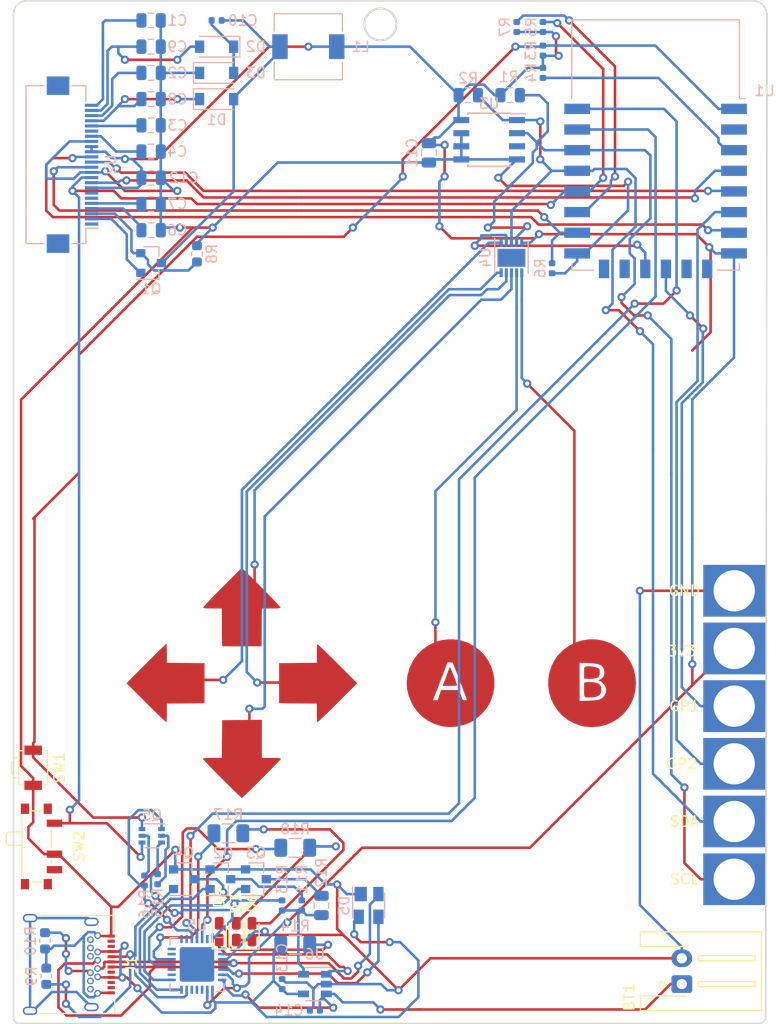
<source format=kicad_pcb>
(kicad_pcb (version 20171130) (host pcbnew 5.0.2-bee76a0~70~ubuntu18.04.1)
  (layers (0 F.Cu signal) (31 B.Cu signal) (34 B.Paste user) (35 F.Paste user) (36 B.SilkS user) (37 F.SilkS user) (38 B.Mask user) (39 F.Mask user) (44 Edge.Cuts user))
  (net 0 "")
  (net 1 "Net-(BT1-Pad1)")
  (net 2 GND)
  (net 3 "Net-(C1-Pad1)")
  (net 4 "Net-(C2-Pad1)")
  (net 5 "Net-(C3-Pad1)")
  (net 6 "Net-(C4-Pad1)")
  (net 7 "Net-(C6-Pad1)")
  (net 8 "Net-(C7-Pad1)")
  (net 9 "Net-(C8-Pad1)")
  (net 10 "Net-(C9-Pad1)")
  (net 11 "Net-(C10-Pad1)")
  (net 12 "Net-(C10-Pad2)")
  (net 13 "Net-(C13-Pad1)")
  (net 14 "Net-(D4-Pad1)")
  (net 15 "Net-(D4-Pad2)")
  (net 16 "Net-(D6-Pad2)")
  (net 17 "Net-(D7-Pad2)")
  (net 18 "Net-(J1-PadS1)")
  (net 19 "Net-(J1-PadA5)")
  (net 20 "Net-(J1-PadA8)")
  (net 21 "Net-(J1-PadB5)")
  (net 22 "Net-(J1-PadB8)")
  (net 23 "Net-(Q1-Pad1)")
  (net 24 "Net-(Q1-Pad2)")
  (net 25 "Net-(Q2-Pad3)")
  (net 26 "Net-(Q2-Pad1)")
  (net 27 "Net-(Q3-Pad1)")
  (net 28 "Net-(Q3-Pad3)")
  (net 29 "Net-(Q4-Pad3)")
  (net 30 "Net-(Q4-Pad1)")
  (net 31 "Net-(Q5-Pad1)")
  (net 32 "Net-(Q5-Pad3)")
  (net 33 "Net-(Q5-Pad5)")
  (net 34 "Net-(Q5-Pad2)")
  (net 35 "Net-(Q5-Pad4)")
  (net 36 "Net-(Q5-Pad6)")
  (net 37 "Net-(R1-Pad2)")
  (net 38 "Net-(R2-Pad2)")
  (net 39 "Net-(R4-Pad2)")
  (net 40 "Net-(R6-Pad2)")
  (net 41 "Net-(R7-Pad2)")
  (net 42 "Net-(R11-Pad1)")
  (net 43 "Net-(R17-Pad2)")
  (net 44 "Net-(R18-Pad2)")
  (net 45 "Net-(U1-Pad2)")
  (net 46 "Net-(U1-Pad4)")
  (net 47 "Net-(U1-Pad5)")
  (net 48 "Net-(U1-Pad7)")
  (net 49 "Net-(U1-Pad9)")
  (net 50 "Net-(U1-Pad10)")
  (net 51 "Net-(U1-Pad12)")
  (net 52 "Net-(U1-Pad13)")
  (net 53 "Net-(U1-Pad14)")
  (net 54 "Net-(U1-Pad21)")
  (net 55 "Net-(U1-Pad22)")
  (net 56 "Net-(U2-Pad1)")
  (net 57 "Net-(U2-Pad6)")
  (net 58 "Net-(U2-Pad7)")
  (net 59 "Net-(U2-Pad19)")
  (net 60 "Net-(U3-Pad3)")
  (net 61 "Net-(U4-Pad9)")
  (net 62 "Net-(U4-Pad10)")
  (net 63 "Net-(U5-Pad1)")
  (net 64 "Net-(U5-Pad2)")
  (net 65 "Net-(U5-Pad10)")
  (net 66 "Net-(U5-Pad11)")
  (net 67 "Net-(U5-Pad12)")
  (net 68 "Net-(U5-Pad16)")
  (net 69 "Net-(U5-Pad17)")
  (net 70 "Net-(U5-Pad20)")
  (net 71 "Net-(U5-Pad21)")
  (net 72 "Net-(U5-Pad22)")
  (net 73 "Net-(U5-Pad23)")
  (net 74 "Net-(U5-Pad27)")
  (net 75 "Net-(U4-Pad1)")
  (net 76 "Net-(U4-Pad6)")
  (net 77 "Net-(U4-Pad7)")
  (net 78 "Net-(U4-Pad8)")
  (net 79 "Net-(3V3-Pad1)")
  (net 80 "Net-(CHG1-Pad1)")
  (net 81 "Net-(CHG1-Pad2)")
  (net 82 /USB_P)
  (net 83 /USB_N)
  (net 84 "Net-(GP1-Pad1)")
  (net 85 "Net-(GP2-Pad1)")
  (net 86 "Net-(R17-Pad1)")
  (net 87 "Net-(R18-Pad1)")
  (net 88 "Net-(U5-Pad6)")
  (module controls:Banana_THT (layer F.Cu) (at 95.25 76.2)
    (fp_text reference GND (at -4.826 0) (layer F.SilkS))
    (fp_text value Conn_01x01_Female hide)
    (pad 1 thru_hole rect (at 0 0) (size 6 5) (drill 4) (layers *.Cu *.Mask) (net 2 GND))
  )
  (module controls:Banana_THT (layer F.Cu) (at 95.25 87.376)
    (fp_text reference GP1 (at -4.826 0) (layer F.SilkS))
    (fp_text value Conn_01x01_Female hide)
    (pad 1 thru_hole rect (at 0 0) (size 6 5) (drill 4) (layers *.Cu *.Mask) (net 84 "Net-(GP1-Pad1)"))
  )
  (module controls:Banana_THT (layer F.Cu) (at 95.25 92.964)
    (fp_text reference GP2 (at -5.08 0) (layer F.SilkS))
    (fp_text value Conn_01x01_Female hide)
    (pad 1 thru_hole rect (at 0 0) (size 6 5) (drill 4) (layers *.Cu *.Mask) (net 85 "Net-(GP2-Pad1)"))
  )
  (module controls:Banana_THT (layer F.Cu) (at 95.25 104.14)
    (fp_text reference SCL (at -4.826 0) (layer F.SilkS))
    (fp_text value Conn_01x01_Female hide)
    (pad 1 thru_hole rect (at 0 0) (size 6 5) (drill 4) (layers *.Cu *.Mask) (net 37 "Net-(R1-Pad2)"))
  )
  (module controls:Banana_THT (layer F.Cu) (at 95.25 98.552)
    (fp_text reference SDA (at -4.826 0) (layer F.SilkS))
    (fp_text value Conn_01x01_Female hide)
    (pad 1 thru_hole rect (at 0 0) (size 6 5) (drill 4) (layers *.Cu *.Mask) (net 38 "Net-(R2-Pad2)"))
  )
  (module LED_SMD:LED_0603_1608Metric_Castellated (layer F.Cu) (at 46.99 109.22 90)
    (fp_text reference D7 (at 2.667 0 90) (layer F.SilkS))
    (fp_text value LED hide)
    (pad 1 smd roundrect (at -0.8125 0 90) (size 1.225 0.85) (layers F.Cu F.Paste F.Mask) (net 2 GND))
    (pad 2 smd roundrect (at 0.8125 0 90) (size 1.225 0.85) (layers F.Cu F.Paste F.Mask) (net 17 "Net-(D7-Pad2)"))
  )
  (module LED_SMD:LED_0603_1608Metric_Castellated (layer F.Cu) (at 45.339 109.22 90)
    (fp_text reference D4 (at 3.2515 0 90) (layer F.SilkS))
    (fp_text value LED hide)
    (pad 1 smd roundrect (at -0.8125 0 90) (size 1.225 0.85) (layers F.Cu F.Paste F.Mask) (net 14 "Net-(D4-Pad1)"))
    (pad 2 smd roundrect (at 0.8125 0 90) (size 1.225 0.85) (layers F.Cu F.Paste F.Mask) (net 15 "Net-(D4-Pad2)"))
  )
  (module Resistor_SMD:R_0402_1005Metric (layer B.Cu) (at 38.1 104.267 270)
    (fp_text reference R16 (at 2.286 0 270) (layer B.SilkS) (effects (justify mirror)))
    (fp_text value 12K hide)
    (pad 2 smd roundrect (at 0.485 0 270) (size 0.59 0.64) (layers B.Cu B.Paste B.Mask) (net 31 "Net-(Q5-Pad1)"))
    (pad 1 smd roundrect (at -0.485 0 270) (size 0.59 0.64) (layers B.Cu B.Paste B.Mask) (net 33 "Net-(Q5-Pad5)"))
  )
  (module Connector_USB:USB_C_Receptacle_Amphenol_12401548E4-2A (layer F.Cu) (at 29.845 112.395 270)
    (fp_text reference J1 (at 0 -6.985 270) (layer F.SilkS))
    (fp_text value USB_C_Receptacle_USB2.0 hide)
    (pad S1 thru_hole oval (at -4.13 -3.11 270) (size 0.8 1.4) (drill oval 0.5 1.1) (layers *.Cu *.Mask) (net 18 "Net-(J1-PadS1)"))
    (pad A1 smd rect (at -2.75 -5.02 270) (size 0.3 0.7) (layers F.Cu F.Paste F.Mask) (net 2 GND))
    (pad A2 smd rect (at -2.25 -5.02 270) (size 0.3 0.7) (layers F.Cu F.Paste F.Mask))
    (pad A3 smd rect (at -1.75 -5.02 270) (size 0.3 0.7) (layers F.Cu F.Paste F.Mask))
    (pad A4 smd rect (at -1.25 -5.02 270) (size 0.3 0.7) (layers F.Cu F.Paste F.Mask) (net 13 "Net-(C13-Pad1)"))
    (pad A5 smd rect (at -0.75 -5.02 270) (size 0.3 0.7) (layers F.Cu F.Paste F.Mask) (net 19 "Net-(J1-PadA5)"))
    (pad A6 smd rect (at -0.25 -5.02 270) (size 0.3 0.7) (layers F.Cu F.Paste F.Mask) (net 82 /USB_P))
    (pad A7 smd rect (at 0.25 -5.02 270) (size 0.3 0.7) (layers F.Cu F.Paste F.Mask) (net 83 /USB_N))
    (pad A12 smd rect (at 2.75 -5.02 270) (size 0.3 0.7) (layers F.Cu F.Paste F.Mask) (net 2 GND))
    (pad A10 smd rect (at 1.75 -5.02 270) (size 0.3 0.7) (layers F.Cu F.Paste F.Mask))
    (pad A9 smd rect (at 1.25 -5.02 270) (size 0.3 0.7) (layers F.Cu F.Paste F.Mask) (net 13 "Net-(C13-Pad1)"))
    (pad A8 smd rect (at 0.75 -5.02 270) (size 0.3 0.7) (layers F.Cu F.Paste F.Mask) (net 20 "Net-(J1-PadA8)"))
    (pad A11 smd rect (at 2.25 -5.02 270) (size 0.3 0.7) (layers F.Cu F.Paste F.Mask))
    (pad S1 thru_hole oval (at 4.13 -3.11 270) (size 0.8 1.4) (drill oval 0.5 1.1) (layers *.Cu *.Mask) (net 18 "Net-(J1-PadS1)"))
    (pad S1 thru_hole oval (at 4.49 2.84 270) (size 0.8 1.4) (drill oval 0.5 1.1) (layers *.Cu *.Mask) (net 18 "Net-(J1-PadS1)"))
    (pad S1 thru_hole oval (at -4.49 2.84 270) (size 0.8 1.4) (drill oval 0.5 1.1) (layers *.Cu *.Mask) (net 18 "Net-(J1-PadS1)"))
    (pad "" np_thru_hole oval (at 3.6 -4.36 270) (size 0.95 0.65) (drill oval 0.95 0.65) (layers *.Cu *.Mask))
    (pad "" np_thru_hole circle (at -3.6 -4.36 270) (size 0.65 0.65) (drill 0.65) (layers *.Cu *.Mask))
    (pad B1 thru_hole circle (at 2.8 -3.71 270) (size 0.65 0.65) (drill 0.4) (layers *.Cu *.Mask) (net 2 GND))
    (pad B4 thru_hole circle (at 1.2 -3.71 270) (size 0.65 0.65) (drill 0.4) (layers *.Cu *.Mask) (net 13 "Net-(C13-Pad1)"))
    (pad B6 thru_hole circle (at 0.4 -3.71 270) (size 0.65 0.65) (drill 0.4) (layers *.Cu *.Mask) (net 82 /USB_P))
    (pad B7 thru_hole circle (at -0.4 -3.71 270) (size 0.65 0.65) (drill 0.4) (layers *.Cu *.Mask) (net 83 /USB_N))
    (pad B9 thru_hole circle (at -1.2 -3.71 270) (size 0.65 0.65) (drill 0.4) (layers *.Cu *.Mask) (net 13 "Net-(C13-Pad1)"))
    (pad B12 thru_hole circle (at -2.8 -3.71 270) (size 0.65 0.65) (drill 0.4) (layers *.Cu *.Mask) (net 2 GND))
    (pad B2 thru_hole circle (at 2.4 -3.01 270) (size 0.65 0.65) (drill 0.4) (layers *.Cu *.Mask))
    (pad B3 thru_hole circle (at 1.6 -3.01 270) (size 0.65 0.65) (drill 0.4) (layers *.Cu *.Mask))
    (pad B5 thru_hole circle (at 0.8 -3.01 270) (size 0.65 0.65) (drill 0.4) (layers *.Cu *.Mask) (net 21 "Net-(J1-PadB5)"))
    (pad B8 thru_hole circle (at -0.8 -3.01 270) (size 0.65 0.65) (drill 0.4) (layers *.Cu *.Mask) (net 22 "Net-(J1-PadB8)"))
    (pad B10 thru_hole circle (at -1.6 -3.01 270) (size 0.65 0.65) (drill 0.4) (layers *.Cu *.Mask))
    (pad B11 thru_hole circle (at -2.4 -3.01 270) (size 0.65 0.65) (drill 0.4) (layers *.Cu *.Mask))
  )
  (module Connector_JST:JST_XH_S02B-XH-A-1_1x02_P2.50mm_Horizontal (layer F.Cu) (at 90.17 114.3 90)
    (fp_text reference BT1 (at -1.27 -5.1 90) (layer F.SilkS))
    (fp_text value Battery_Cell hide)
    (pad 1 thru_hole roundrect (at 0 0 90) (size 1.7 2) (drill 1) (layers *.Cu *.Mask) (roundrect_rratio 0.147059) (net 1 "Net-(BT1-Pad1)"))
    (pad 2 thru_hole oval (at 2.5 0 90) (size 1.7 2) (drill 1) (layers *.Cu *.Mask) (net 2 GND))
  )
  (module Capacitor_SMD:C_0805_2012Metric (layer B.Cu) (at 38.735 20.955)
    (fp_text reference C1 (at 2.54 0) (layer B.SilkS) (effects (justify mirror)))
    (fp_text value 1uF hide)
    (pad 2 smd roundrect (at 0.9375 0) (size 0.975 1.4) (layers B.Cu B.Paste B.Mask) (net 2 GND))
    (pad 1 smd roundrect (at -0.9375 0) (size 0.975 1.4) (layers B.Cu B.Paste B.Mask) (net 3 "Net-(C1-Pad1)"))
  )
  (module Capacitor_SMD:C_0805_2012Metric (layer B.Cu) (at 38.735 26.035)
    (fp_text reference C2 (at 2.54 0) (layer B.SilkS) (effects (justify mirror)))
    (fp_text value 1uF hide)
    (pad 1 smd roundrect (at -0.9375 0) (size 0.975 1.4) (layers B.Cu B.Paste B.Mask) (net 4 "Net-(C2-Pad1)"))
    (pad 2 smd roundrect (at 0.9375 0) (size 0.975 1.4) (layers B.Cu B.Paste B.Mask) (net 2 GND))
  )
  (module Capacitor_SMD:C_0805_2012Metric (layer B.Cu) (at 38.735 31.115)
    (fp_text reference C3 (at 2.54 0) (layer B.SilkS) (effects (justify mirror)))
    (fp_text value 1uF hide)
    (pad 1 smd roundrect (at -0.9375 0) (size 0.975 1.4) (layers B.Cu B.Paste B.Mask) (net 5 "Net-(C3-Pad1)"))
    (pad 2 smd roundrect (at 0.9375 0) (size 0.975 1.4) (layers B.Cu B.Paste B.Mask) (net 2 GND))
  )
  (module Capacitor_SMD:C_0805_2012Metric (layer B.Cu) (at 38.735 33.655)
    (fp_text reference C4 (at 2.54 0) (layer B.SilkS) (effects (justify mirror)))
    (fp_text value 1uF hide)
    (pad 2 smd roundrect (at 0.9375 0) (size 0.975 1.4) (layers B.Cu B.Paste B.Mask) (net 2 GND))
    (pad 1 smd roundrect (at -0.9375 0) (size 0.975 1.4) (layers B.Cu B.Paste B.Mask) (net 6 "Net-(C4-Pad1)"))
  )
  (module Capacitor_SMD:C_0805_2012Metric (layer B.Cu) (at 38.735 41.275)
    (fp_text reference C6 (at 2.54 0) (layer B.SilkS) (effects (justify mirror)))
    (fp_text value 1uF hide)
    (pad 1 smd roundrect (at -0.9375 0) (size 0.975 1.4) (layers B.Cu B.Paste B.Mask) (net 7 "Net-(C6-Pad1)"))
    (pad 2 smd roundrect (at 0.9375 0) (size 0.975 1.4) (layers B.Cu B.Paste B.Mask) (net 2 GND))
  )
  (module Capacitor_SMD:C_0805_2012Metric (layer B.Cu) (at 38.735 38.735)
    (fp_text reference C7 (at 2.54 0) (layer B.SilkS) (effects (justify mirror)))
    (fp_text value 1uF hide)
    (pad 2 smd roundrect (at 0.9375 0) (size 0.975 1.4) (layers B.Cu B.Paste B.Mask) (net 2 GND))
    (pad 1 smd roundrect (at -0.9375 0) (size 0.975 1.4) (layers B.Cu B.Paste B.Mask) (net 8 "Net-(C7-Pad1)"))
  )
  (module Capacitor_SMD:C_0805_2012Metric (layer B.Cu) (at 38.735 28.575)
    (fp_text reference C8 (at 2.54 0) (layer B.SilkS) (effects (justify mirror)))
    (fp_text value 1uF hide)
    (pad 1 smd roundrect (at -0.9375 0) (size 0.975 1.4) (layers B.Cu B.Paste B.Mask) (net 9 "Net-(C8-Pad1)"))
    (pad 2 smd roundrect (at 0.9375 0) (size 0.975 1.4) (layers B.Cu B.Paste B.Mask) (net 2 GND))
  )
  (module Capacitor_SMD:C_0805_2012Metric (layer B.Cu) (at 38.735 23.495)
    (fp_text reference C9 (at 2.54 0) (layer B.SilkS) (effects (justify mirror)))
    (fp_text value 1uF hide)
    (pad 1 smd roundrect (at -0.9375 0) (size 0.975 1.4) (layers B.Cu B.Paste B.Mask) (net 10 "Net-(C9-Pad1)"))
    (pad 2 smd roundrect (at 0.9375 0) (size 0.975 1.4) (layers B.Cu B.Paste B.Mask) (net 2 GND))
  )
  (module Capacitor_SMD:C_0402_1005Metric (layer B.Cu) (at 45.085 20.955 180)
    (fp_text reference C10 (at -2.54 0 180) (layer B.SilkS) (effects (justify mirror)))
    (fp_text value 4.7uF hide)
    (pad 1 smd roundrect (at -0.485 0 180) (size 0.59 0.64) (layers B.Cu B.Paste B.Mask) (net 11 "Net-(C10-Pad1)"))
    (pad 2 smd roundrect (at 0.485 0 180) (size 0.59 0.64) (layers B.Cu B.Paste B.Mask) (net 12 "Net-(C10-Pad2)"))
  )
  (module Capacitor_SMD:C_0805_2012Metric (layer B.Cu) (at 65.659 33.782 270)
    (fp_text reference C11 (at 0 1.65 270) (layer B.SilkS) (effects (justify mirror)))
    (fp_text value 1uF hide)
    (pad 2 smd roundrect (at 0.9375 0 270) (size 0.975 1.4) (layers B.Cu B.Paste B.Mask) (net 2 GND))
    (pad 1 smd roundrect (at -0.9375 0 270) (size 0.975 1.4) (layers B.Cu B.Paste B.Mask) (net 79 "Net-(3V3-Pad1)"))
  )
  (module Capacitor_SMD:C_0805_2012Metric (layer B.Cu) (at 38.735 36.195)
    (fp_text reference C12 (at 3.175 0) (layer B.SilkS) (effects (justify mirror)))
    (fp_text value 10uF hide)
    (pad 2 smd roundrect (at 0.9375 0) (size 0.975 1.4) (layers B.Cu B.Paste B.Mask) (net 2 GND))
    (pad 1 smd roundrect (at -0.9375 0) (size 0.975 1.4) (layers B.Cu B.Paste B.Mask) (net 79 "Net-(3V3-Pad1)"))
  )
  (module Capacitor_SMD:C_0402_1005Metric (layer B.Cu) (at 51.435 114.3 90)
    (fp_text reference C13 (at 2.54 0 90) (layer B.SilkS) (effects (justify mirror)))
    (fp_text value 4.7uF hide)
    (pad 1 smd roundrect (at -0.485 0 90) (size 0.59 0.64) (layers B.Cu B.Paste B.Mask) (net 13 "Net-(C13-Pad1)"))
    (pad 2 smd roundrect (at 0.485 0 90) (size 0.59 0.64) (layers B.Cu B.Paste B.Mask) (net 2 GND))
  )
  (module Capacitor_SMD:C_0402_1005Metric (layer B.Cu) (at 54.61 116.84 180)
    (fp_text reference C14 (at 2.54 0 180) (layer B.SilkS) (effects (justify mirror)))
    (fp_text value 4.7uF hide)
    (pad 2 smd roundrect (at 0.485 0 180) (size 0.59 0.64) (layers B.Cu B.Paste B.Mask) (net 2 GND))
    (pad 1 smd roundrect (at -0.485 0 180) (size 0.59 0.64) (layers B.Cu B.Paste B.Mask) (net 1 "Net-(BT1-Pad1)"))
  )
  (module Diode_SMD:D_SOD-123 (layer B.Cu) (at 45.085 28.575)
    (fp_text reference D1 (at 0 2) (layer B.SilkS) (effects (justify mirror)))
    (fp_text value MBR0530)
    (pad 1 smd rect (at -1.65 0) (size 0.9 1.2) (layers B.Cu B.Paste B.Mask) (net 9 "Net-(C8-Pad1)"))
    (pad 2 smd rect (at 1.65 0) (size 0.9 1.2) (layers B.Cu B.Paste B.Mask) (net 11 "Net-(C10-Pad1)"))
  )
  (module Diode_SMD:D_SOD-123 (layer B.Cu) (at 45.085 23.495 180)
    (fp_text reference D2 (at -3.81 0 180) (layer B.SilkS) (effects (justify mirror)))
    (fp_text value MBR0530 hide)
    (pad 1 smd rect (at -1.65 0 180) (size 0.9 1.2) (layers B.Cu B.Paste B.Mask) (net 12 "Net-(C10-Pad2)"))
    (pad 2 smd rect (at 1.65 0 180) (size 0.9 1.2) (layers B.Cu B.Paste B.Mask) (net 10 "Net-(C9-Pad1)"))
  )
  (module Diode_SMD:D_SOD-123 (layer B.Cu) (at 45.085 26.035)
    (fp_text reference D3 (at 3.81 0) (layer B.SilkS) (effects (justify mirror)))
    (fp_text value MBR0530 hide)
    (pad 2 smd rect (at 1.65 0) (size 0.9 1.2) (layers B.Cu B.Paste B.Mask) (net 12 "Net-(C10-Pad2)"))
    (pad 1 smd rect (at -1.65 0) (size 0.9 1.2) (layers B.Cu B.Paste B.Mask) (net 2 GND))
  )
  (module Package_TO_SOT_SMD:SOT-143 (layer B.Cu) (at 59.817 106.68 270)
    (fp_text reference D5 (at 0.02 2.38 270) (layer B.SilkS) (effects (justify mirror)))
    (fp_text value SP0503BAHT hide)
    (pad 1 smd rect (at -1.1 0.77) (size 1.2 1.4) (layers B.Cu B.Paste B.Mask) (net 2 GND))
    (pad 2 smd rect (at -1.1 -0.95) (size 1 1.4) (layers B.Cu B.Paste B.Mask) (net 82 /USB_P))
    (pad 3 smd rect (at 1.1 -0.95) (size 1 1.4) (layers B.Cu B.Paste B.Mask) (net 83 /USB_N))
    (pad 4 smd rect (at 1.1 0.95) (size 1 1.4) (layers B.Cu B.Paste B.Mask) (net 13 "Net-(C13-Pad1)"))
  )
  (module LED_SMD:LED_0603_1608Metric_Castellated (layer F.Cu) (at 48.514 109.22 90)
    (fp_text reference D6 (at 2.794 0 90) (layer F.SilkS))
    (fp_text value LED hide)
    (pad 2 smd roundrect (at 0.8125 0 90) (size 1.225 0.85) (layers F.Cu F.Paste F.Mask) (net 16 "Net-(D6-Pad2)"))
    (pad 1 smd roundrect (at -0.8125 0 90) (size 1.225 0.85) (layers F.Cu F.Paste F.Mask) (net 2 GND))
  )
  (module Inductor_SMD:L_6.3x6.3_H3 (layer B.Cu) (at 53.975 23.495 180)
    (fp_text reference L1 (at -5.08 0 180) (layer B.SilkS) (effects (justify mirror)))
    (fp_text value 47uH hide)
    (pad 1 smd rect (at -2.75 0 180) (size 1.5 2.4) (layers B.Cu B.Paste B.Mask) (net 79 "Net-(3V3-Pad1)"))
    (pad 2 smd rect (at 2.75 0 180) (size 1.5 2.4) (layers B.Cu B.Paste B.Mask) (net 11 "Net-(C10-Pad1)"))
  )
  (module Package_TO_SOT_SMD:SOT-23 (layer B.Cu) (at 38.735 44.45)
    (fp_text reference Q1 (at 0 2.5) (layer B.SilkS) (effects (justify mirror)))
    (fp_text value BSS138 hide)
    (pad 1 smd rect (at -1 0.95) (size 0.9 0.8) (layers B.Cu B.Paste B.Mask) (net 23 "Net-(Q1-Pad1)"))
    (pad 2 smd rect (at -1 -0.95) (size 0.9 0.8) (layers B.Cu B.Paste B.Mask) (net 24 "Net-(Q1-Pad2)"))
    (pad 3 smd rect (at 1 0) (size 0.9 0.8) (layers B.Cu B.Paste B.Mask) (net 11 "Net-(C10-Pad1)"))
  )
  (module Package_TO_SOT_SMD:SOT-23 (layer B.Cu) (at 45.45 104.14)
    (fp_text reference Q2 (at 0.27 -2.54) (layer B.SilkS) (effects (justify mirror)))
    (fp_text value BSS138 hide)
    (pad 3 smd rect (at 1 0) (size 0.9 0.8) (layers B.Cu B.Paste B.Mask) (net 25 "Net-(Q2-Pad3)"))
    (pad 2 smd rect (at -1 -0.95) (size 0.9 0.8) (layers B.Cu B.Paste B.Mask) (net 2 GND))
    (pad 1 smd rect (at -1 0.95) (size 0.9 0.8) (layers B.Cu B.Paste B.Mask) (net 26 "Net-(Q2-Pad1)"))
  )
  (module Package_TO_SOT_SMD:SOT-23 (layer B.Cu) (at 48.895 104.14)
    (fp_text reference Q3 (at 0 -2.54) (layer B.SilkS) (effects (justify mirror)))
    (fp_text value BSS138 hide)
    (pad 1 smd rect (at -1 0.95) (size 0.9 0.8) (layers B.Cu B.Paste B.Mask) (net 27 "Net-(Q3-Pad1)"))
    (pad 2 smd rect (at -1 -0.95) (size 0.9 0.8) (layers B.Cu B.Paste B.Mask) (net 2 GND))
    (pad 3 smd rect (at 1 0) (size 0.9 0.8) (layers B.Cu B.Paste B.Mask) (net 28 "Net-(Q3-Pad3)"))
  )
  (module Package_TO_SOT_SMD:SOT-23 (layer B.Cu) (at 41.91 104.14)
    (fp_text reference Q4 (at 0 -2.54) (layer B.SilkS) (effects (justify mirror)))
    (fp_text value BSS138 hide)
    (pad 3 smd rect (at 1 0) (size 0.9 0.8) (layers B.Cu B.Paste B.Mask) (net 29 "Net-(Q4-Pad3)"))
    (pad 2 smd rect (at -1 -0.95) (size 0.9 0.8) (layers B.Cu B.Paste B.Mask) (net 2 GND))
    (pad 1 smd rect (at -1 0.95) (size 0.9 0.8) (layers B.Cu B.Paste B.Mask) (net 30 "Net-(Q4-Pad1)"))
  )
  (module Package_TO_SOT_SMD:SOT-363_SC-70-6 (layer B.Cu) (at 38.796 99.934 180)
    (fp_text reference Q5 (at 0 2 180) (layer B.SilkS) (effects (justify mirror)))
    (fp_text value BC847BPN)
    (pad 1 smd rect (at -0.95 0.65 180) (size 0.65 0.4) (layers B.Cu B.Paste B.Mask) (net 31 "Net-(Q5-Pad1)"))
    (pad 3 smd rect (at -0.95 -0.65 180) (size 0.65 0.4) (layers B.Cu B.Paste B.Mask) (net 32 "Net-(Q5-Pad3)"))
    (pad 5 smd rect (at 0.95 0 180) (size 0.65 0.4) (layers B.Cu B.Paste B.Mask) (net 33 "Net-(Q5-Pad5)"))
    (pad 2 smd rect (at -0.95 0 180) (size 0.65 0.4) (layers B.Cu B.Paste B.Mask) (net 34 "Net-(Q5-Pad2)"))
    (pad 4 smd rect (at 0.95 -0.65 180) (size 0.65 0.4) (layers B.Cu B.Paste B.Mask) (net 35 "Net-(Q5-Pad4)"))
    (pad 6 smd rect (at 0.95 0.65 180) (size 0.65 0.4) (layers B.Cu B.Paste B.Mask) (net 36 "Net-(Q5-Pad6)"))
  )
  (module Resistor_SMD:R_0805_2012Metric (layer B.Cu) (at 73.533 28.194)
    (fp_text reference R1 (at -0.127 -1.778) (layer B.SilkS) (effects (justify mirror)))
    (fp_text value 2.2K hide)
    (pad 1 smd roundrect (at -0.9375 0) (size 0.975 1.4) (layers B.Cu B.Paste B.Mask) (net 79 "Net-(3V3-Pad1)"))
    (pad 2 smd roundrect (at 0.9375 0) (size 0.975 1.4) (layers B.Cu B.Paste B.Mask) (net 37 "Net-(R1-Pad2)"))
  )
  (module Resistor_SMD:R_0805_2012Metric (layer B.Cu) (at 69.469 28.194)
    (fp_text reference R2 (at 0 -1.651) (layer B.SilkS) (effects (justify mirror)))
    (fp_text value 2.2K hide)
    (pad 1 smd roundrect (at -0.9375 0) (size 0.975 1.4) (layers B.Cu B.Paste B.Mask) (net 79 "Net-(3V3-Pad1)"))
    (pad 2 smd roundrect (at 0.9375 0) (size 0.975 1.4) (layers B.Cu B.Paste B.Mask) (net 38 "Net-(R2-Pad2)"))
  )
  (module Resistor_SMD:R_0402_1005Metric (layer B.Cu) (at 76.708 23.876 270)
    (fp_text reference R3 (at 0 1.17 90) (layer B.SilkS) (effects (justify mirror)))
    (fp_text value 10K hide)
    (pad 1 smd roundrect (at -0.485 0 270) (size 0.59 0.64) (layers B.Cu B.Paste B.Mask) (net 36 "Net-(Q5-Pad6)"))
    (pad 2 smd roundrect (at 0.485 0 270) (size 0.59 0.64) (layers B.Cu B.Paste B.Mask) (net 79 "Net-(3V3-Pad1)"))
  )
  (module Resistor_SMD:R_0402_1005Metric (layer B.Cu) (at 76.708 26.035 270)
    (fp_text reference R4 (at 0 1.143 270) (layer B.SilkS) (effects (justify mirror)))
    (fp_text value 10K hide)
    (pad 2 smd roundrect (at 0.485 0 270) (size 0.59 0.64) (layers B.Cu B.Paste B.Mask) (net 39 "Net-(R4-Pad2)"))
    (pad 1 smd roundrect (at -0.485 0 270) (size 0.59 0.64) (layers B.Cu B.Paste B.Mask) (net 79 "Net-(3V3-Pad1)"))
  )
  (module Resistor_SMD:R_0402_1005Metric (layer B.Cu) (at 76.708 21.59 90)
    (fp_text reference R5 (at 0 -1.143 90) (layer B.SilkS) (effects (justify mirror)))
    (fp_text value 10K hide)
    (pad 1 smd roundrect (at -0.485 0 90) (size 0.59 0.64) (layers B.Cu B.Paste B.Mask) (net 79 "Net-(3V3-Pad1)"))
    (pad 2 smd roundrect (at 0.485 0 90) (size 0.59 0.64) (layers B.Cu B.Paste B.Mask) (net 35 "Net-(Q5-Pad4)"))
  )
  (module Resistor_SMD:R_0402_1005Metric (layer B.Cu) (at 77.597 44.958 90)
    (fp_text reference R6 (at 0 -1.143 90) (layer B.SilkS) (effects (justify mirror)))
    (fp_text value 10K hide)
    (pad 2 smd roundrect (at 0.485 0 90) (size 0.59 0.64) (layers B.Cu B.Paste B.Mask) (net 40 "Net-(R6-Pad2)"))
    (pad 1 smd roundrect (at -0.485 0 90) (size 0.59 0.64) (layers B.Cu B.Paste B.Mask) (net 2 GND))
  )
  (module Resistor_SMD:R_0402_1005Metric (layer B.Cu) (at 74.168 21.59 90)
    (fp_text reference R7 (at 0 -1.143 90) (layer B.SilkS) (effects (justify mirror)))
    (fp_text value 10K hide)
    (pad 2 smd roundrect (at 0.485 0 90) (size 0.59 0.64) (layers B.Cu B.Paste B.Mask) (net 41 "Net-(R7-Pad2)"))
    (pad 1 smd roundrect (at -0.485 0 90) (size 0.59 0.64) (layers B.Cu B.Paste B.Mask) (net 79 "Net-(3V3-Pad1)"))
  )
  (module Resistor_SMD:R_0603_1608Metric (layer B.Cu) (at 43.18 43.561 90)
    (fp_text reference R8 (at 0 1.43 90) (layer B.SilkS) (effects (justify mirror)))
    (fp_text value 4.7 hide)
    (pad 1 smd roundrect (at -0.7875 0 90) (size 0.875 0.95) (layers B.Cu B.Paste B.Mask) (net 24 "Net-(Q1-Pad2)"))
    (pad 2 smd roundrect (at 0.7875 0 90) (size 0.875 0.95) (layers B.Cu B.Paste B.Mask) (net 2 GND))
  )
  (module Resistor_SMD:R_0603_1608Metric (layer B.Cu) (at 28.575 113.538 270)
    (fp_text reference R9 (at 0 1.43 270) (layer B.SilkS) (effects (justify mirror)))
    (fp_text value 5.1K hide)
    (pad 2 smd roundrect (at 0.7875 0 270) (size 0.875 0.95) (layers B.Cu B.Paste B.Mask) (net 19 "Net-(J1-PadA5)"))
    (pad 1 smd roundrect (at -0.7875 0 270) (size 0.875 0.95) (layers B.Cu B.Paste B.Mask) (net 2 GND))
  )
  (module Resistor_SMD:R_0603_1608Metric (layer B.Cu) (at 28.448 110.109 90)
    (fp_text reference R10 (at 0 -1.397 90) (layer B.SilkS) (effects (justify mirror)))
    (fp_text value 5.1K hide)
    (pad 1 smd roundrect (at -0.7875 0 90) (size 0.875 0.95) (layers B.Cu B.Paste B.Mask) (net 2 GND))
    (pad 2 smd roundrect (at 0.7875 0 90) (size 0.875 0.95) (layers B.Cu B.Paste B.Mask) (net 21 "Net-(J1-PadB5)"))
  )
  (module Resistor_SMD:R_0402_1005Metric (layer B.Cu) (at 53.34 106.68 90)
    (fp_text reference R11 (at 2.54 0 90) (layer B.SilkS) (effects (justify mirror)))
    (fp_text value 1K hide)
    (pad 1 smd roundrect (at -0.485 0 90) (size 0.59 0.64) (layers B.Cu B.Paste B.Mask) (net 42 "Net-(R11-Pad1)"))
    (pad 2 smd roundrect (at 0.485 0 90) (size 0.59 0.64) (layers B.Cu B.Paste B.Mask) (net 25 "Net-(Q2-Pad3)"))
  )
  (module Resistor_SMD:R_0805_2012Metric (layer B.Cu) (at 55.245 106.68 90)
    (fp_text reference R12 (at 3.175 0 90) (layer B.SilkS) (effects (justify mirror)))
    (fp_text value 2.55K hide)
    (pad 2 smd roundrect (at 0.9375 0 90) (size 0.975 1.4) (layers B.Cu B.Paste B.Mask) (net 28 "Net-(Q3-Pad3)"))
    (pad 1 smd roundrect (at -0.9375 0 90) (size 0.975 1.4) (layers B.Cu B.Paste B.Mask) (net 42 "Net-(R11-Pad1)"))
  )
  (module Resistor_SMD:R_0402_1005Metric (layer B.Cu) (at 51.435 106.68 90)
    (fp_text reference R13 (at 2.54 0 90) (layer B.SilkS) (effects (justify mirror)))
    (fp_text value 10K hide)
    (pad 1 smd roundrect (at -0.485 0 90) (size 0.59 0.64) (layers B.Cu B.Paste B.Mask) (net 42 "Net-(R11-Pad1)"))
    (pad 2 smd roundrect (at 0.485 0 90) (size 0.59 0.64) (layers B.Cu B.Paste B.Mask) (net 29 "Net-(Q4-Pad3)"))
  )
  (module Resistor_SMD:R_1206_3216Metric (layer B.Cu) (at 52.705 110.49 180)
    (fp_text reference R14 (at 0 1.82 180) (layer B.SilkS) (effects (justify mirror)))
    (fp_text value 470)
    (pad 1 smd roundrect (at -1.4 0 180) (size 1.25 1.75) (layers B.Cu B.Paste B.Mask) (roundrect_rratio 0.2) (net 81 "Net-(CHG1-Pad2)"))
    (pad 2 smd roundrect (at 1.4 0 180) (size 1.25 1.75) (layers B.Cu B.Paste B.Mask) (roundrect_rratio 0.2) (net 13 "Net-(C13-Pad1)"))
  )
  (module Resistor_SMD:R_0402_1005Metric (layer B.Cu) (at 39.37 104.14 90)
    (fp_text reference R15 (at -2.286 0 90) (layer B.SilkS) (effects (justify mirror)))
    (fp_text value 12K hide)
    (pad 1 smd roundrect (at -0.485 0 90) (size 0.59 0.64) (layers B.Cu B.Paste B.Mask) (net 34 "Net-(Q5-Pad2)"))
    (pad 2 smd roundrect (at 0.485 0 90) (size 0.59 0.64) (layers B.Cu B.Paste B.Mask) (net 32 "Net-(Q5-Pad3)"))
  )
  (module Resistor_SMD:R_1206_3216Metric (layer B.Cu) (at 46.228 99.695 180)
    (fp_text reference R17 (at 0 1.82 180) (layer B.SilkS) (effects (justify mirror)))
    (fp_text value 470 hide)
    (pad 2 smd roundrect (at 1.4 0 180) (size 1.25 1.75) (layers B.Cu B.Paste B.Mask) (roundrect_rratio 0.2) (net 43 "Net-(R17-Pad2)"))
    (pad 1 smd roundrect (at -1.4 0 180) (size 1.25 1.75) (layers B.Cu B.Paste B.Mask) (roundrect_rratio 0.2) (net 86 "Net-(R17-Pad1)"))
  )
  (module Resistor_SMD:R_1206_3216Metric (layer B.Cu) (at 52.705 101.092 180)
    (fp_text reference R18 (at 0 1.82 180) (layer B.SilkS) (effects (justify mirror)))
    (fp_text value 470 hide)
    (pad 1 smd roundrect (at -1.4 0 180) (size 1.25 1.75) (layers B.Cu B.Paste B.Mask) (roundrect_rratio 0.2) (net 87 "Net-(R18-Pad1)"))
    (pad 2 smd roundrect (at 1.4 0 180) (size 1.25 1.75) (layers B.Cu B.Paste B.Mask) (roundrect_rratio 0.2) (net 44 "Net-(R18-Pad2)"))
  )
  (module Button_Switch_SMD:SW_SPST_B3U-3000P (layer F.Cu) (at 27.305 93.345 90)
    (fp_text reference SW1 (at 0 2.54 90) (layer F.SilkS))
    (fp_text value Reset hide)
    (pad 1 smd rect (at -1.7 0 90) (size 0.9 1.7) (layers F.Cu F.Paste F.Mask) (net 2 GND))
    (pad 2 smd rect (at 1.7 0 90) (size 0.9 1.7) (layers F.Cu F.Paste F.Mask) (net 36 "Net-(Q5-Pad6)"))
  )
  (module Button_Switch_SMD:SW_SPDT_PCM12 (layer F.Cu) (at 27.94 100.965 270)
    (fp_text reference SW2 (at 0 -3.81 270) (layer F.SilkS))
    (fp_text value Prog hide)
    (pad "" np_thru_hole circle (at -1.5 0.33 270) (size 0.9 0.9) (drill 0.9) (layers *.Cu *.Mask))
    (pad "" np_thru_hole circle (at 1.5 0.33 270) (size 0.9 0.9) (drill 0.9) (layers *.Cu *.Mask))
    (pad 1 smd rect (at -2.25 -1.43 270) (size 0.7 1.5) (layers F.Cu F.Paste F.Mask) (net 35 "Net-(Q5-Pad4)"))
    (pad 2 smd rect (at 0.75 -1.43 270) (size 0.7 1.5) (layers F.Cu F.Paste F.Mask) (net 2 GND))
    (pad 3 smd rect (at 2.25 -1.43 270) (size 0.7 1.5) (layers F.Cu F.Paste F.Mask))
    (pad "" smd rect (at -3.65 1.43 270) (size 1 0.8) (layers F.Cu F.Paste F.Mask))
    (pad "" smd rect (at 3.65 1.43 270) (size 1 0.8) (layers F.Cu F.Paste F.Mask))
    (pad "" smd rect (at 3.65 -0.78 270) (size 1 0.8) (layers F.Cu F.Paste F.Mask))
    (pad "" smd rect (at -3.65 -0.78 270) (size 1 0.8) (layers F.Cu F.Paste F.Mask))
  )
  (module RF_Module:ESP-12E (layer B.Cu) (at 87.63 33.02 180)
    (fp_text reference U1 (at -10.56 5.26 180) (layer B.SilkS) (effects (justify mirror)))
    (fp_text value ESP-12F)
    (pad 1 smd rect (at -7.6 3.5 180) (size 2.5 1) (layers B.Cu B.Paste B.Mask) (net 36 "Net-(Q5-Pad6)"))
    (pad 2 smd rect (at -7.6 1.5 180) (size 2.5 1) (layers B.Cu B.Paste B.Mask) (net 45 "Net-(U1-Pad2)"))
    (pad 3 smd rect (at -7.6 -0.5 180) (size 2.5 1) (layers B.Cu B.Paste B.Mask) (net 39 "Net-(R4-Pad2)"))
    (pad 4 smd rect (at -7.6 -2.5 180) (size 2.5 1) (layers B.Cu B.Paste B.Mask) (net 46 "Net-(U1-Pad4)"))
    (pad 5 smd rect (at -7.6 -4.5 180) (size 2.5 1) (layers B.Cu B.Paste B.Mask) (net 47 "Net-(U1-Pad5)"))
    (pad 6 smd rect (at -7.6 -6.5 180) (size 2.5 1) (layers B.Cu B.Paste B.Mask) (net 85 "Net-(GP2-Pad1)"))
    (pad 7 smd rect (at -7.6 -8.5 180) (size 2.5 1) (layers B.Cu B.Paste B.Mask) (net 48 "Net-(U1-Pad7)"))
    (pad 8 smd rect (at -7.6 -10.5 180) (size 2.5 1) (layers B.Cu B.Paste B.Mask) (net 79 "Net-(3V3-Pad1)"))
    (pad 9 smd rect (at -5 -12 180) (size 1 1.8) (layers B.Cu B.Paste B.Mask) (net 49 "Net-(U1-Pad9)"))
    (pad 10 smd rect (at -3 -12 180) (size 1 1.8) (layers B.Cu B.Paste B.Mask) (net 50 "Net-(U1-Pad10)"))
    (pad 11 smd rect (at -1 -12 180) (size 1 1.8) (layers B.Cu B.Paste B.Mask) (net 84 "Net-(GP1-Pad1)"))
    (pad 12 smd rect (at 1 -12 180) (size 1 1.8) (layers B.Cu B.Paste B.Mask) (net 51 "Net-(U1-Pad12)"))
    (pad 13 smd rect (at 3 -12 180) (size 1 1.8) (layers B.Cu B.Paste B.Mask) (net 52 "Net-(U1-Pad13)"))
    (pad 14 smd rect (at 5 -12 180) (size 1 1.8) (layers B.Cu B.Paste B.Mask) (net 53 "Net-(U1-Pad14)"))
    (pad 15 smd rect (at 7.6 -10.5 180) (size 2.5 1) (layers B.Cu B.Paste B.Mask) (net 2 GND))
    (pad 16 smd rect (at 7.6 -8.5 180) (size 2.5 1) (layers B.Cu B.Paste B.Mask) (net 40 "Net-(R6-Pad2)"))
    (pad 17 smd rect (at 7.6 -6.5 180) (size 2.5 1) (layers B.Cu B.Paste B.Mask) (net 41 "Net-(R7-Pad2)"))
    (pad 18 smd rect (at 7.6 -4.5 180) (size 2.5 1) (layers B.Cu B.Paste B.Mask) (net 35 "Net-(Q5-Pad4)"))
    (pad 19 smd rect (at 7.6 -2.5 180) (size 2.5 1) (layers B.Cu B.Paste B.Mask) (net 38 "Net-(R2-Pad2)"))
    (pad 20 smd rect (at 7.6 -0.5 180) (size 2.5 1) (layers B.Cu B.Paste B.Mask) (net 37 "Net-(R1-Pad2)"))
    (pad 21 smd rect (at 7.6 1.5 180) (size 2.5 1) (layers B.Cu B.Paste B.Mask) (net 54 "Net-(U1-Pad21)"))
    (pad 22 smd rect (at 7.6 3.5 180) (size 2.5 1) (layers B.Cu B.Paste B.Mask) (net 55 "Net-(U1-Pad22)"))
  )
  (module Connector_FFC-FPC:Hirose_FH12-24S-0.5SH_1x24-1MP_P0.50mm_Horizontal (layer B.Cu) (at 31.115 34.925 90)
    (fp_text reference U2 (at 0 3.7 90) (layer B.SilkS) (effects (justify mirror)))
    (fp_text value MDE029A128296RBW)
    (pad MP smd rect (at 7.65 -1.4 90) (size 1.8 2.2) (layers B.Cu B.Paste B.Mask))
    (pad MP smd rect (at -7.65 -1.4 90) (size 1.8 2.2) (layers B.Cu B.Paste B.Mask))
    (pad 1 smd rect (at -5.75 1.85 90) (size 0.3 1.3) (layers B.Cu B.Paste B.Mask) (net 56 "Net-(U2-Pad1)"))
    (pad 2 smd rect (at -5.25 1.85 90) (size 0.3 1.3) (layers B.Cu B.Paste B.Mask) (net 23 "Net-(Q1-Pad1)"))
    (pad 3 smd rect (at -4.75 1.85 90) (size 0.3 1.3) (layers B.Cu B.Paste B.Mask) (net 24 "Net-(Q1-Pad2)"))
    (pad 4 smd rect (at -4.25 1.85 90) (size 0.3 1.3) (layers B.Cu B.Paste B.Mask) (net 7 "Net-(C6-Pad1)"))
    (pad 5 smd rect (at -3.75 1.85 90) (size 0.3 1.3) (layers B.Cu B.Paste B.Mask) (net 8 "Net-(C7-Pad1)"))
    (pad 6 smd rect (at -3.25 1.85 90) (size 0.3 1.3) (layers B.Cu B.Paste B.Mask) (net 57 "Net-(U2-Pad6)"))
    (pad 7 smd rect (at -2.75 1.85 90) (size 0.3 1.3) (layers B.Cu B.Paste B.Mask) (net 58 "Net-(U2-Pad7)"))
    (pad 8 smd rect (at -2.25 1.85 90) (size 0.3 1.3) (layers B.Cu B.Paste B.Mask) (net 79 "Net-(3V3-Pad1)"))
    (pad 9 smd rect (at -1.75 1.85 90) (size 0.3 1.3) (layers B.Cu B.Paste B.Mask) (net 46 "Net-(U1-Pad4)"))
    (pad 10 smd rect (at -1.25 1.85 90) (size 0.3 1.3) (layers B.Cu B.Paste B.Mask) (net 35 "Net-(Q5-Pad4)"))
    (pad 11 smd rect (at -0.75 1.85 90) (size 0.3 1.3) (layers B.Cu B.Paste B.Mask) (net 2 GND))
    (pad 12 smd rect (at -0.25 1.85 90) (size 0.3 1.3) (layers B.Cu B.Paste B.Mask) (net 40 "Net-(R6-Pad2)"))
    (pad 13 smd rect (at 0.25 1.85 90) (size 0.3 1.3) (layers B.Cu B.Paste B.Mask) (net 47 "Net-(U1-Pad5)"))
    (pad 14 smd rect (at 0.75 1.85 90) (size 0.3 1.3) (layers B.Cu B.Paste B.Mask) (net 48 "Net-(U1-Pad7)"))
    (pad 15 smd rect (at 1.25 1.85 90) (size 0.3 1.3) (layers B.Cu B.Paste B.Mask) (net 79 "Net-(3V3-Pad1)"))
    (pad 16 smd rect (at 1.75 1.85 90) (size 0.3 1.3) (layers B.Cu B.Paste B.Mask) (net 79 "Net-(3V3-Pad1)"))
    (pad 17 smd rect (at 2.25 1.85 90) (size 0.3 1.3) (layers B.Cu B.Paste B.Mask) (net 2 GND))
    (pad 18 smd rect (at 2.75 1.85 90) (size 0.3 1.3) (layers B.Cu B.Paste B.Mask) (net 6 "Net-(C4-Pad1)"))
    (pad 19 smd rect (at 3.25 1.85 90) (size 0.3 1.3) (layers B.Cu B.Paste B.Mask) (net 59 "Net-(U2-Pad19)"))
    (pad 20 smd rect (at 3.75 1.85 90) (size 0.3 1.3) (layers B.Cu B.Paste B.Mask) (net 5 "Net-(C3-Pad1)"))
    (pad 21 smd rect (at 4.25 1.85 90) (size 0.3 1.3) (layers B.Cu B.Paste B.Mask) (net 9 "Net-(C8-Pad1)"))
    (pad 22 smd rect (at 4.75 1.85 90) (size 0.3 1.3) (layers B.Cu B.Paste B.Mask) (net 4 "Net-(C2-Pad1)"))
    (pad 23 smd rect (at 5.25 1.85 90) (size 0.3 1.3) (layers B.Cu B.Paste B.Mask) (net 10 "Net-(C9-Pad1)"))
    (pad 24 smd rect (at 5.75 1.85 90) (size 0.3 1.3) (layers B.Cu B.Paste B.Mask) (net 3 "Net-(C1-Pad1)"))
  )
  (module Package_SO:SOIC-8_3.9x4.9mm_P1.27mm (layer B.Cu) (at 71.501 32.512 180)
    (fp_text reference U3 (at 0 3.5 180) (layer B.SilkS) (effects (justify mirror)))
    (fp_text value LM75C hide)
    (pad 1 smd rect (at -2.7 1.905 180) (size 1.55 0.6) (layers B.Cu B.Paste B.Mask) (net 38 "Net-(R2-Pad2)"))
    (pad 2 smd rect (at -2.7 0.635 180) (size 1.55 0.6) (layers B.Cu B.Paste B.Mask) (net 37 "Net-(R1-Pad2)"))
    (pad 3 smd rect (at -2.7 -0.635 180) (size 1.55 0.6) (layers B.Cu B.Paste B.Mask) (net 60 "Net-(U3-Pad3)"))
    (pad 4 smd rect (at -2.7 -1.905 180) (size 1.55 0.6) (layers B.Cu B.Paste B.Mask) (net 2 GND))
    (pad 5 smd rect (at 2.7 -1.905 180) (size 1.55 0.6) (layers B.Cu B.Paste B.Mask) (net 2 GND))
    (pad 6 smd rect (at 2.7 -0.635 180) (size 1.55 0.6) (layers B.Cu B.Paste B.Mask) (net 2 GND))
    (pad 7 smd rect (at 2.7 0.635 180) (size 1.55 0.6) (layers B.Cu B.Paste B.Mask) (net 2 GND))
    (pad 8 smd rect (at 2.7 1.905 180) (size 1.55 0.6) (layers B.Cu B.Paste B.Mask) (net 79 "Net-(3V3-Pad1)"))
  )
  (module Package_DFN_QFN:DFN-10-1EP_3x3mm_P0.5mm_EP1.75x2.7mm (layer B.Cu) (at 73.66 43.942 270)
    (fp_text reference U4 (at 0 2.54 270) (layer B.SilkS) (effects (justify mirror)))
    (fp_text value CAP1296 hide)
    (pad 1 smd rect (at -1.45 1 270) (size 0.85 0.3) (layers B.Cu B.Paste B.Mask) (net 75 "Net-(U4-Pad1)"))
    (pad 2 smd rect (at -1.45 0.5 270) (size 0.85 0.3) (layers B.Cu B.Paste B.Mask) (net 51 "Net-(U1-Pad12)"))
    (pad 3 smd rect (at -1.45 0 270) (size 0.85 0.3) (layers B.Cu B.Paste B.Mask) (net 38 "Net-(R2-Pad2)"))
    (pad 4 smd rect (at -1.45 -0.5 270) (size 0.85 0.3) (layers B.Cu B.Paste B.Mask) (net 37 "Net-(R1-Pad2)"))
    (pad 5 smd rect (at -1.45 -1 270) (size 0.85 0.3) (layers B.Cu B.Paste B.Mask) (net 79 "Net-(3V3-Pad1)"))
    (pad 6 smd rect (at 1.45 -1 270) (size 0.85 0.3) (layers B.Cu B.Paste B.Mask) (net 76 "Net-(U4-Pad6)"))
    (pad 7 smd rect (at 1.45 -0.5 270) (size 0.85 0.3) (layers B.Cu B.Paste B.Mask) (net 77 "Net-(U4-Pad7)"))
    (pad 8 smd rect (at 1.45 0 270) (size 0.85 0.3) (layers B.Cu B.Paste B.Mask) (net 78 "Net-(U4-Pad8)"))
    (pad 9 smd rect (at 1.45 0.5 270) (size 0.85 0.3) (layers B.Cu B.Paste B.Mask) (net 61 "Net-(U4-Pad9)"))
    (pad 10 smd rect (at 1.45 1 270) (size 0.85 0.3) (layers B.Cu B.Paste B.Mask) (net 62 "Net-(U4-Pad10)"))
    (pad 11 smd rect (at 0 0 270) (size 1.75 2.7) (layers B.Cu B.Mask))
  )
  (module Package_DFN_QFN:QFN-28-1EP_5x5mm_P0.5mm_EP3.35x3.35mm (layer B.Cu) (at 43.18 112.395 180)
    (fp_text reference U5 (at 0 3.8 180) (layer B.SilkS) (effects (justify mirror)))
    (fp_text value CP2102N-A01-GQFN28_0 hide)
    (pad 29 smd roundrect (at 0 0 180) (size 3.35 3.35) (layers B.Cu B.Mask) (roundrect_rratio 0.074627))
    (pad 1 smd roundrect (at -2.45 1.5 180) (size 0.8 0.25) (layers B.Cu B.Paste B.Mask) (net 63 "Net-(U5-Pad1)"))
    (pad 2 smd roundrect (at -2.45 1 180) (size 0.8 0.25) (layers B.Cu B.Paste B.Mask) (net 64 "Net-(U5-Pad2)"))
    (pad 3 smd roundrect (at -2.45 0.5 180) (size 0.8 0.25) (layers B.Cu B.Paste B.Mask) (net 2 GND))
    (pad 4 smd roundrect (at -2.45 0 180) (size 0.8 0.25) (layers B.Cu B.Paste B.Mask) (net 82 /USB_P))
    (pad 5 smd roundrect (at -2.45 -0.5 180) (size 0.8 0.25) (layers B.Cu B.Paste B.Mask) (net 83 /USB_N))
    (pad 6 smd roundrect (at -2.45 -1 180) (size 0.8 0.25) (layers B.Cu B.Paste B.Mask) (net 88 "Net-(U5-Pad6)"))
    (pad 7 smd roundrect (at -2.45 -1.5 180) (size 0.8 0.25) (layers B.Cu B.Paste B.Mask) (net 1 "Net-(BT1-Pad1)"))
    (pad 8 smd roundrect (at -1.5 -2.45 180) (size 0.25 0.8) (layers B.Cu B.Paste B.Mask) (net 13 "Net-(C13-Pad1)"))
    (pad 9 smd roundrect (at -1 -2.45 180) (size 0.25 0.8) (layers B.Cu B.Paste B.Mask) (net 79 "Net-(3V3-Pad1)"))
    (pad 10 smd roundrect (at -0.5 -2.45 180) (size 0.25 0.8) (layers B.Cu B.Paste B.Mask) (net 65 "Net-(U5-Pad10)"))
    (pad 11 smd roundrect (at 0 -2.45 180) (size 0.25 0.8) (layers B.Cu B.Paste B.Mask) (net 66 "Net-(U5-Pad11)"))
    (pad 12 smd roundrect (at 0.5 -2.45 180) (size 0.25 0.8) (layers B.Cu B.Paste B.Mask) (net 67 "Net-(U5-Pad12)"))
    (pad 13 smd roundrect (at 1 -2.45 180) (size 0.25 0.8) (layers B.Cu B.Paste B.Mask) (net 30 "Net-(Q4-Pad1)"))
    (pad 14 smd roundrect (at 1.5 -2.45 180) (size 0.25 0.8) (layers B.Cu B.Paste B.Mask) (net 26 "Net-(Q2-Pad1)"))
    (pad 15 smd roundrect (at 2.45 -1.5 180) (size 0.8 0.25) (layers B.Cu B.Paste B.Mask) (net 27 "Net-(Q3-Pad1)"))
    (pad 16 smd roundrect (at 2.45 -1 180) (size 0.8 0.25) (layers B.Cu B.Paste B.Mask) (net 68 "Net-(U5-Pad16)"))
    (pad 17 smd roundrect (at 2.45 -0.5 180) (size 0.8 0.25) (layers B.Cu B.Paste B.Mask) (net 69 "Net-(U5-Pad17)"))
    (pad 18 smd roundrect (at 2.45 0 180) (size 0.8 0.25) (layers B.Cu B.Paste B.Mask) (net 44 "Net-(R18-Pad2)"))
    (pad 19 smd roundrect (at 2.45 0.5 180) (size 0.8 0.25) (layers B.Cu B.Paste B.Mask) (net 43 "Net-(R17-Pad2)"))
    (pad 20 smd roundrect (at 2.45 1 180) (size 0.8 0.25) (layers B.Cu B.Paste B.Mask) (net 70 "Net-(U5-Pad20)"))
    (pad 21 smd roundrect (at 2.45 1.5 180) (size 0.8 0.25) (layers B.Cu B.Paste B.Mask) (net 71 "Net-(U5-Pad21)"))
    (pad 22 smd roundrect (at 1.5 2.45 180) (size 0.25 0.8) (layers B.Cu B.Paste B.Mask) (net 72 "Net-(U5-Pad22)"))
    (pad 23 smd roundrect (at 1 2.45 180) (size 0.25 0.8) (layers B.Cu B.Paste B.Mask) (net 73 "Net-(U5-Pad23)"))
    (pad 24 smd roundrect (at 0.5 2.45 180) (size 0.25 0.8) (layers B.Cu B.Paste B.Mask) (net 31 "Net-(Q5-Pad1)"))
    (pad 25 smd roundrect (at 0 2.45 180) (size 0.25 0.8) (layers B.Cu B.Paste B.Mask) (net 55 "Net-(U1-Pad22)"))
    (pad 26 smd roundrect (at -0.5 2.45 180) (size 0.25 0.8) (layers B.Cu B.Paste B.Mask) (net 54 "Net-(U1-Pad21)"))
    (pad 27 smd roundrect (at -1 2.45 180) (size 0.25 0.8) (layers B.Cu B.Paste B.Mask) (net 74 "Net-(U5-Pad27)"))
    (pad 28 smd roundrect (at -1.5 2.45 180) (size 0.25 0.8) (layers B.Cu B.Paste B.Mask) (net 32 "Net-(Q5-Pad3)"))
  )
  (module Package_TO_SOT_SMD:SOT-23-5 (layer B.Cu) (at 54.61 114.3 180)
    (fp_text reference U6 (at 0 2.9 180) (layer B.SilkS) (effects (justify mirror)))
    (fp_text value MCP73831-2-OT hide)
    (pad 1 smd rect (at -1.1 0.95 180) (size 1.06 0.65) (layers B.Cu B.Paste B.Mask) (net 80 "Net-(CHG1-Pad1)"))
    (pad 2 smd rect (at -1.1 0 180) (size 1.06 0.65) (layers B.Cu B.Paste B.Mask) (net 2 GND))
    (pad 3 smd rect (at -1.1 -0.95 180) (size 1.06 0.65) (layers B.Cu B.Paste B.Mask) (net 1 "Net-(BT1-Pad1)"))
    (pad 4 smd rect (at 1.1 -0.95 180) (size 1.06 0.65) (layers B.Cu B.Paste B.Mask) (net 13 "Net-(C13-Pad1)"))
    (pad 5 smd rect (at 1.1 0.95 180) (size 1.06 0.65) (layers B.Cu B.Paste B.Mask) (net 42 "Net-(R11-Pad1)"))
  )
  (module Controls:controls_f_mask (layer F.Cu) (at 64.516 85.09)
    (fp_text reference G*** hide)
    (fp_text value LOGO hide)
  )
  (module Controls:controls_f_cu (layer F.Cu) (at 64.516 85.09)
    (fp_text reference G*** hide)
    (fp_text value LOGO hide)
    (fp_poly (pts (xy 16.837277 -1.56475) (xy 17.118384 -1.527148) (xy 17.368554 -1.468544) (xy 17.543656 -1.395185) (xy 17.562959 -1.381558) (xy 17.659537 -1.28712) (xy 17.702458 -1.17408) (xy 17.706772 -0.994796) (xy 17.703699 -0.936027) (xy 17.677441 -0.722198) (xy 17.618135 -0.589246) (xy 17.526 -0.504721) (xy 17.348946 -0.430234) (xy 17.084069 -0.379096) (xy 16.769176 -0.356065) (xy 16.442074 -0.365897) (xy 16.430625 -0.366917) (xy 16.1925 -0.388667) (xy 16.1925 -0.94945) (xy 16.194026 -1.217459) (xy 16.203489 -1.385017) (xy 16.228216 -1.47867) (xy 16.275534 -1.524966) (xy 16.352769 -1.550453) (xy 16.358789 -1.551969) (xy 16.569367 -1.575106) (xy 16.837277 -1.56475)) (layer F.Cu) (width 0.01))
    (fp_poly (pts (xy 16.737363 -0.044576) (xy 16.993512 -0.029016) (xy 17.002952 -0.028143) (xy 17.357498 0.026026) (xy 17.603221 0.119433) (xy 17.755506 0.264835) (xy 17.829738 0.47499) (xy 17.8435 0.668853) (xy 17.807894 0.978117) (xy 17.692663 1.194503) (xy 17.485186 1.332468) (xy 17.203146 1.402398) (xy 16.835049 1.440257) (xy 16.52109 1.444537) (xy 16.303625 1.416727) (xy 16.254054 1.389468) (xy 16.221661 1.323647) (xy 16.202943 1.196686) (xy 16.194394 0.986006) (xy 16.1925 0.700727) (xy 16.1925 0.013767) (xy 16.363458 -0.02914) (xy 16.511364 -0.044643) (xy 16.737363 -0.044576)) (layer F.Cu) (width 0.01))
    (fp_poly (pts (xy 3.208496 -1.438441) (xy 3.274937 -1.302277) (xy 3.365621 -1.09571) (xy 3.470803 -0.843156) (xy 3.580738 -0.569028) (xy 3.685679 -0.297742) (xy 3.775881 -0.053713) (xy 3.841598 0.138646) (xy 3.873084 0.254918) (xy 3.874458 0.269875) (xy 3.814837 0.289026) (xy 3.653922 0.304499) (xy 3.417407 0.314542) (xy 3.175926 0.3175) (xy 2.478353 0.3175) (xy 2.595436 0.015875) (xy 2.671387 -0.18317) (xy 2.773014 -0.453997) (xy 2.882516 -0.749061) (xy 2.922342 -0.85725) (xy 3.01743 -1.109468) (xy 3.100085 -1.316396) (xy 3.158458 -1.448961) (xy 3.176044 -1.479788) (xy 3.208496 -1.438441)) (layer F.Cu) (width 0.01))
    (fp_poly (pts (xy -15.088632 -9.214885) (xy -14.645849 -8.769272) (xy -14.250802 -8.366409) (xy -13.910447 -8.013685) (xy -13.631737 -7.718486) (xy -13.421629 -7.488201) (xy -13.287077 -7.330217) (xy -13.235037 -7.251922) (xy -13.235269 -7.246252) (xy -13.321386 -7.213462) (xy -13.531119 -7.190666) (xy -13.861458 -7.178095) (xy -14.163274 -7.1755) (xy -15.047553 -7.1755) (xy -15.064402 -5.349875) (xy -15.08125 -3.52425) (xy -16.958865 -3.507448) (xy -17.435054 -3.50461) (xy -17.869703 -3.504744) (xy -18.246698 -3.507628) (xy -18.549921 -3.513042) (xy -18.763259 -3.520762) (xy -18.870594 -3.530567) (xy -18.87974 -3.533907) (xy -18.890907 -3.60623) (xy -18.901004 -3.789065) (xy -18.909645 -4.065924) (xy -18.916442 -4.420319) (xy -18.921009 -4.835765) (xy -18.922957 -5.295773) (xy -18.923 -5.376334) (xy -18.923 -7.1755) (xy -19.808253 -7.1755) (xy -20.223007 -7.180785) (xy -20.518008 -7.196508) (xy -20.690712 -7.222476) (xy -20.737333 -7.246415) (xy -20.703758 -7.306945) (xy -20.586037 -7.448803) (xy -20.391014 -7.664718) (xy -20.125535 -7.947421) (xy -19.796446 -8.289642) (xy -19.410592 -8.684113) (xy -18.97482 -9.123563) (xy -18.883441 -9.215047) (xy -16.985722 -11.112766) (xy -15.088632 -9.214885)) (layer F.Cu) (width 0.01))
    (fp_poly (pts (xy -9.609524 -3.67076) (xy -9.475325 -3.552955) (xy -9.270788 -3.363094) (xy -9.005419 -3.110276) (xy -8.68872 -2.803602) (xy -8.330196 -2.452175) (xy -7.939349 -2.065093) (xy -7.711523 -1.837771) (xy -5.810779 0.063765) (xy -7.718226 1.971213) (xy -8.123326 2.374271) (xy -8.501145 2.746253) (xy -8.842243 3.078153) (xy -9.137178 3.360966) (xy -9.376511 3.585684) (xy -9.550803 3.743304) (xy -9.650612 3.824818) (xy -9.670587 3.833746) (xy -9.686914 3.75707) (xy -9.700589 3.577857) (xy -9.710421 3.320561) (xy -9.71522 3.009638) (xy -9.7155 2.91139) (xy -9.7155 2.033947) (xy -11.541125 2.017098) (xy -13.36675 2.00025) (xy -13.36675 -1.87325) (xy -9.7155 -1.906948) (xy -9.7155 -2.791227) (xy -9.711989 -3.113184) (xy -9.70235 -3.387424) (xy -9.68793 -3.59006) (xy -9.670076 -3.697206) (xy -9.663884 -3.707406) (xy -9.609524 -3.67076)) (layer F.Cu) (width 0.01))
    (fp_poly (pts (xy -24.288036 -3.686727) (xy -24.273688 -3.522298) (xy -24.263147 -3.275548) (xy -24.257577 -2.968813) (xy -24.257 -2.826724) (xy -24.257 -1.906948) (xy -20.60575 -1.87325) (xy -20.60575 2.00025) (xy -22.431375 2.017098) (xy -24.257 2.033947) (xy -24.257 2.918226) (xy -24.260512 3.240183) (xy -24.270151 3.514423) (xy -24.284571 3.717059) (xy -24.302425 3.824205) (xy -24.308617 3.834405) (xy -24.362977 3.797759) (xy -24.497177 3.679955) (xy -24.701712 3.490094) (xy -24.96708 3.237279) (xy -25.283775 2.930609) (xy -25.642294 2.579186) (xy -26.033134 2.192111) (xy -26.260846 1.964903) (xy -28.161457 0.0635) (xy -26.25725 -1.8415) (xy -25.85192 -2.245903) (xy -25.473827 -2.621019) (xy -25.132474 -2.957576) (xy -24.837359 -3.246305) (xy -24.597985 -3.477934) (xy -24.423851 -3.643193) (xy -24.324459 -3.73281) (xy -24.305022 -3.7465) (xy -24.288036 -3.686727)) (layer F.Cu) (width 0.01))
    (fp_poly (pts (xy 17.373048 -4.171646) (xy 18.056661 -4.049553) (xy 18.718756 -3.811279) (xy 18.911944 -3.716157) (xy 19.523436 -3.329637) (xy 20.040314 -2.870565) (xy 20.462578 -2.351109) (xy 20.790228 -1.783436) (xy 21.023263 -1.179712) (xy 21.161684 -0.552105) (xy 21.205491 0.08722) (xy 21.154683 0.726093) (xy 21.009262 1.35235) (xy 20.769225 1.953823) (xy 20.434575 2.518346) (xy 20.00531 3.03375) (xy 19.481431 3.487871) (xy 18.911944 3.843156) (xy 18.286813 4.103643) (xy 17.611663 4.262685) (xy 16.916765 4.316811) (xy 16.23239 4.262551) (xy 15.888685 4.189815) (xy 15.21441 3.952576) (xy 14.61129 3.620266) (xy 14.083316 3.205102) (xy 13.634479 2.719299) (xy 13.268768 2.175073) (xy 13.089909 1.79601) (xy 15.748 1.79601) (xy 16.589375 1.759381) (xy 16.926374 1.740264) (xy 17.237976 1.714564) (xy 17.491399 1.685509) (xy 17.653861 1.656327) (xy 17.663651 1.653583) (xy 17.922291 1.517156) (xy 18.141102 1.292461) (xy 18.286878 1.018056) (xy 18.319182 0.89236) (xy 18.310841 0.587978) (xy 18.199313 0.291918) (xy 18.004598 0.043382) (xy 17.819885 -0.086293) (xy 17.57402 -0.210984) (xy 17.78058 -0.317801) (xy 17.946018 -0.433423) (xy 18.066871 -0.568901) (xy 18.071819 -0.577434) (xy 18.147175 -0.824783) (xy 18.144666 -1.112824) (xy 18.0669 -1.383998) (xy 18.032372 -1.448447) (xy 17.920414 -1.593426) (xy 17.772865 -1.702255) (xy 17.570371 -1.780853) (xy 17.293573 -1.835141) (xy 16.923116 -1.871039) (xy 16.593368 -1.888578) (xy 15.748 -1.924023) (xy 15.748 1.79601) (xy 13.089909 1.79601) (xy 12.990173 1.584638) (xy 12.802684 0.960212) (xy 12.710292 0.314009) (xy 12.716986 -0.341756) (xy 12.826756 -0.994866) (xy 13.043592 -1.633106) (xy 13.371484 -2.24426) (xy 13.658872 -2.636864) (xy 14.156822 -3.147184) (xy 14.723189 -3.559801) (xy 15.342985 -3.871635) (xy 16.00122 -4.079608) (xy 16.682904 -4.180638) (xy 17.373048 -4.171646)) (layer F.Cu) (width 0.01))
    (fp_poly (pts (xy 3.969412 -4.134182) (xy 4.139795 -4.102121) (xy 4.830835 -3.887767) (xy 5.454738 -3.57418) (xy 6.006007 -3.173169) (xy 6.47914 -2.696542) (xy 6.868637 -2.156106) (xy 7.169 -1.563671) (xy 7.374727 -0.931044) (xy 7.480319 -0.270034) (xy 7.480276 0.407551) (xy 7.369098 1.089904) (xy 7.141285 1.765215) (xy 7.005792 2.05108) (xy 6.716281 2.507846) (xy 6.336096 2.956092) (xy 5.897924 3.364055) (xy 5.434455 3.699972) (xy 5.1435 3.860644) (xy 4.46618 4.122478) (xy 3.770261 4.272915) (xy 3.076042 4.309287) (xy 2.403822 4.228921) (xy 2.38125 4.224029) (xy 1.673926 4.006161) (xy 1.029095 3.681077) (xy 0.455674 3.255754) (xy -0.037423 2.737163) (xy -0.441279 2.132281) (xy -0.542863 1.93675) (xy -0.633514 1.7145) (xy 1.534789 1.7145) (xy 2.006188 1.7145) (xy 2.165863 1.222375) (xy 2.325539 0.73025) (xy 4.08796 0.73025) (xy 4.247636 1.222375) (xy 4.328641 1.46498) (xy 4.389831 1.610979) (xy 4.44959 1.684886) (xy 4.526297 1.711216) (xy 4.616655 1.7145) (xy 4.758057 1.701857) (xy 4.824244 1.671005) (xy 4.824938 1.666875) (xy 4.802733 1.597752) (xy 4.740412 1.425147) (xy 4.64359 1.164058) (xy 4.517884 0.829484) (xy 4.368907 0.436424) (xy 4.202275 -0.000125) (xy 4.141461 -0.15875) (xy 3.459046 -1.93675) (xy 3.205898 -1.955367) (xy 2.95275 -1.973983) (xy 2.544228 -0.907617) (xy 2.383549 -0.488595) (xy 2.211266 -0.039989) (xy 2.043612 0.395974) (xy 1.896822 0.777068) (xy 1.835248 0.936625) (xy 1.534789 1.7145) (xy -0.633514 1.7145) (xy -0.814906 1.269782) (xy -0.967578 0.618648) (xy -1.003637 -0.035662) (xy -0.926485 -0.70879) (xy -0.727529 -1.420496) (xy -0.41967 -2.073965) (xy -0.011297 -2.659659) (xy 0.489202 -3.168042) (xy 1.073436 -3.589575) (xy 1.733018 -3.914722) (xy 1.9685 -4.000145) (xy 2.420196 -4.109658) (xy 2.938555 -4.170113) (xy 3.472115 -4.179093) (xy 3.969412 -4.134182)) (layer F.Cu) (width 0.01))
    (fp_poly (pts (xy -15.0495 7.3025) (xy -14.12875 7.3025) (xy -13.747738 7.305308) (xy -13.479497 7.31455) (xy -13.309905 7.331448) (xy -13.224839 7.357227) (xy -13.208 7.382278) (xy -13.25147 7.442789) (xy -13.374224 7.580581) (xy -13.564779 7.784128) (xy -13.811653 8.041903) (xy -14.103361 8.342377) (xy -14.428423 8.674023) (xy -14.775354 9.025314) (xy -15.132672 9.384722) (xy -15.488894 9.740719) (xy -15.832536 10.081779) (xy -16.152117 10.396374) (xy -16.436153 10.672976) (xy -16.673161 10.900058) (xy -16.851659 11.066093) (xy -16.960163 11.159552) (xy -16.987051 11.176) (xy -17.0442 11.132485) (xy -17.181069 11.008208) (xy -17.38794 10.812572) (xy -17.655092 10.554979) (xy -17.972806 10.24483) (xy -18.331363 9.891528) (xy -18.721042 9.504475) (xy -18.907529 9.318228) (xy -19.306925 8.916808) (xy -19.676863 8.541423) (xy -20.007932 8.201886) (xy -20.290722 7.908015) (xy -20.515821 7.669623) (xy -20.673818 7.496528) (xy -20.755301 7.398543) (xy -20.7645 7.381478) (xy -20.730821 7.348656) (xy -20.620642 7.325552) (xy -20.420256 7.310989) (xy -20.115952 7.30379) (xy -19.844724 7.3025) (xy -18.924948 7.3025) (xy -18.89125 3.65125) (xy -16.970375 3.634443) (xy -15.0495 3.617637) (xy -15.0495 7.3025)) (layer F.Cu) (width 0.01))
  )
  (module controls:Banana_THT (layer F.Cu) (at 95.25 81.788)
    (fp_text reference 3V3 (at -5.08 0.254) (layer F.SilkS))
    (fp_text value Conn_01x01_Female hide)
    (pad 1 thru_hole rect (at 0 0) (size 6 5) (drill 4) (layers *.Cu *.Mask) (net 79 "Net-(3V3-Pad1)"))
  )
  (gr_circle (center 60.96 21.336) (end 62.484 21.59) (layer Edge.Cuts) (width 0.2))
  (gr_arc (start 97.663 117.475) (end 97.663 118.11) (angle -90) (layer Edge.Cuts) (width 0.15))
  (gr_arc (start 25.908 117.602) (end 25.4 117.602) (angle -90) (layer Edge.Cuts) (width 0.15))
  (gr_arc (start 97.028 20.447) (end 98.425 20.447) (angle -90) (layer Edge.Cuts) (width 0.15))
  (gr_arc (start 26.67 20.32) (end 26.67 19.05) (angle -90) (layer Edge.Cuts) (width 0.15))
  (gr_line (start 25.4 117.602) (end 25.4 20.32) (layer Edge.Cuts) (width 0.15))
  (gr_line (start 97.79 118.11) (end 25.908 118.11) (layer Edge.Cuts) (width 0.15))
  (gr_line (start 98.425 20.32) (end 98.298 117.602) (layer Edge.Cuts) (width 0.15))
  (gr_line (start 26.67 19.05) (end 97.155 19.05) (layer Edge.Cuts) (width 0.15))
  (segment (start 55.095 116.84) (end 55.095 115.865) (width 0.25) (layer B.Cu) (net 1))
  (segment (start 56.49 115.25) (end 57.31001 116.07001) (width 0.25) (layer B.Cu) (net 1))
  (segment (start 55.71 115.25) (end 56.49 115.25) (width 0.25) (layer B.Cu) (net 1))
  (via (at 56.388 116.586) (size 0.8) (drill 0.4) (layers F.Cu B.Cu) (net 1))
  (segment (start 55.517 115.715) (end 56.388 116.586) (width 0.25) (layer B.Cu) (net 1))
  (segment (start 55.245 115.715) (end 55.517 115.715) (width 0.25) (layer B.Cu) (net 1))
  (segment (start 55.245 115.715) (end 55.71 115.25) (width 0.25) (layer B.Cu) (net 1))
  (segment (start 55.095 115.865) (end 55.245 115.715) (width 0.25) (layer B.Cu) (net 1))
  (segment (start 45.82571 114.09071) (end 45.63 113.895) (width 0.25) (layer B.Cu) (net 1))
  (segment (start 46.702785 115.41143) (end 47.78357 115.41143) (width 0.25) (layer B.Cu) (net 1))
  (segment (start 47.78357 115.41143) (end 47.879 115.316) (width 0.25) (layer B.Cu) (net 1))
  (segment (start 45.82571 114.09071) (end 45.82571 114.534355) (width 0.25) (layer B.Cu) (net 1))
  (via (at 47.879 115.316) (size 0.8) (drill 0.4) (layers F.Cu B.Cu) (net 1))
  (segment (start 45.82571 114.534355) (end 46.702785 115.41143) (width 0.25) (layer B.Cu) (net 1))
  (segment (start 49.149 116.586) (end 56.388 116.586) (width 0.25) (layer F.Cu) (net 1))
  (segment (start 47.879 115.316) (end 49.149 116.586) (width 0.25) (layer F.Cu) (net 1))
  (via (at 60.96 116.76001) (size 0.8) (drill 0.4) (layers F.Cu B.Cu) (net 1))
  (segment (start 57.31001 116.07001) (end 60.27 116.07001) (width 0.25) (layer B.Cu) (net 1))
  (segment (start 60.27 116.07001) (end 60.96 116.76001) (width 0.25) (layer B.Cu) (net 1))
  (segment (start 89.07 114.3) (end 86.60999 116.76001) (width 0.25) (layer F.Cu) (net 1))
  (segment (start 90.17 114.3) (end 89.07 114.3) (width 0.25) (layer F.Cu) (net 1))
  (segment (start 86.60999 116.76001) (end 64.516 116.76001) (width 0.25) (layer F.Cu) (net 1))
  (segment (start 60.96 116.76001) (end 64.516 116.76001) (width 0.25) (layer F.Cu) (net 1))
  (segment (start 64.516 116.76001) (end 64.906992 116.76001) (width 0.25) (layer F.Cu) (net 1))
  (segment (start 39.6725 41.275) (end 39.6725 38.735) (width 0.25) (layer B.Cu) (net 2))
  (segment (start 39.6725 38.735) (end 39.6725 36.195) (width 0.25) (layer B.Cu) (net 2))
  (segment (start 39.6725 36.195) (end 39.6725 33.655) (width 0.25) (layer B.Cu) (net 2))
  (segment (start 39.6725 33.655) (end 39.6725 31.115) (width 0.25) (layer B.Cu) (net 2))
  (segment (start 39.6725 31.115) (end 39.6725 28.575) (width 0.25) (layer B.Cu) (net 2))
  (segment (start 39.6725 28.575) (end 39.6725 26.035) (width 0.25) (layer B.Cu) (net 2))
  (segment (start 39.6725 26.035) (end 39.6725 23.495) (width 0.25) (layer B.Cu) (net 2))
  (segment (start 39.6725 23.495) (end 39.6725 20.955) (width 0.25) (layer B.Cu) (net 2))
  (segment (start 39.6725 26.035) (end 43.435 26.035) (width 0.25) (layer B.Cu) (net 2))
  (via (at 41.275 37.465) (size 0.8) (drill 0.4) (layers F.Cu B.Cu) (net 2))
  (segment (start 40.9425 37.465) (end 39.6725 36.195) (width 0.25) (layer B.Cu) (net 2))
  (segment (start 41.275 37.465) (end 40.9425 37.465) (width 0.25) (layer B.Cu) (net 2))
  (segment (start 26.834999 99.092999) (end 27.305 98.622998) (width 0.25) (layer F.Cu) (net 2))
  (segment (start 27.305 95.745) (end 27.305 95.045) (width 0.25) (layer F.Cu) (net 2))
  (segment (start 27.305 98.622998) (end 27.305 95.745) (width 0.25) (layer F.Cu) (net 2))
  (segment (start 28.37 101.715) (end 26.834999 100.179999) (width 0.25) (layer F.Cu) (net 2))
  (segment (start 26.834999 100.179999) (end 26.834999 99.092999) (width 0.25) (layer F.Cu) (net 2))
  (segment (start 29.37 101.715) (end 28.37 101.715) (width 0.25) (layer F.Cu) (net 2))
  (segment (start 33.555 109.595) (end 33.230001 109.270001) (width 0.25) (layer B.Cu) (net 2))
  (segment (start 33.230001 109.270001) (end 32.617997 109.270001) (width 0.25) (layer B.Cu) (net 2))
  (segment (start 33.18 115.57) (end 33.555 115.195) (width 0.25) (layer B.Cu) (net 2))
  (segment (start 32.667998 115.57) (end 33.18 115.57) (width 0.25) (layer B.Cu) (net 2))
  (segment (start 34.865 109.245) (end 34.865 109.645) (width 0.25) (layer F.Cu) (net 2))
  (segment (start 34.865 106.81) (end 34.865 109.245) (width 0.25) (layer F.Cu) (net 2))
  (segment (start 29.77 101.715) (end 34.865 106.81) (width 0.25) (layer F.Cu) (net 2))
  (segment (start 29.37 101.715) (end 29.77 101.715) (width 0.25) (layer F.Cu) (net 2))
  (segment (start 33.605 109.645) (end 33.555 109.595) (width 0.25) (layer F.Cu) (net 2))
  (segment (start 34.865 109.645) (end 33.605 109.645) (width 0.25) (layer F.Cu) (net 2))
  (segment (start 33.605 115.145) (end 33.555 115.195) (width 0.25) (layer F.Cu) (net 2))
  (segment (start 34.865 115.145) (end 33.605 115.145) (width 0.25) (layer F.Cu) (net 2))
  (segment (start 36.195 37.465) (end 41.275 37.465) (width 0.25) (layer F.Cu) (net 2))
  (segment (start 36.195 37.465) (end 34.29 35.56) (width 0.25) (layer F.Cu) (net 2))
  (via (at 34.29 35.56) (size 0.8) (drill 0.4) (layers F.Cu B.Cu) (net 2))
  (segment (start 34.175 35.675) (end 34.29 35.56) (width 0.25) (layer B.Cu) (net 2))
  (segment (start 32.965 35.675) (end 34.175 35.675) (width 0.25) (layer B.Cu) (net 2))
  (segment (start 30.825 32.675) (end 32.965 32.675) (width 0.25) (layer B.Cu) (net 2))
  (segment (start 31.865 35.675) (end 31.254999 36.285001) (width 0.25) (layer B.Cu) (net 2))
  (segment (start 28.665001 36.285001) (end 28.574999 36.194999) (width 0.25) (layer B.Cu) (net 2))
  (segment (start 31.254999 36.285001) (end 28.665001 36.285001) (width 0.25) (layer B.Cu) (net 2))
  (segment (start 28.574999 36.194999) (end 28.574999 34.925001) (width 0.25) (layer B.Cu) (net 2))
  (segment (start 32.965 35.675) (end 31.865 35.675) (width 0.25) (layer B.Cu) (net 2))
  (segment (start 28.574999 34.925001) (end 30.825 32.675) (width 0.25) (layer B.Cu) (net 2))
  (segment (start 54.459168 116.505832) (end 54.125 116.84) (width 0.25) (layer B.Cu) (net 2))
  (segment (start 54.459168 114.770832) (end 54.459168 116.505832) (width 0.25) (layer B.Cu) (net 2))
  (segment (start 54.93 114.3) (end 54.459168 114.770832) (width 0.25) (layer B.Cu) (net 2))
  (segment (start 55.71 114.3) (end 54.93 114.3) (width 0.25) (layer B.Cu) (net 2))
  (segment (start 53.837504 114.149168) (end 54.459168 114.770832) (width 0.25) (layer B.Cu) (net 2))
  (segment (start 51.769168 114.149168) (end 53.837504 114.149168) (width 0.25) (layer B.Cu) (net 2))
  (segment (start 51.435 113.815) (end 51.769168 114.149168) (width 0.25) (layer B.Cu) (net 2))
  (segment (start 32.204999 115.107001) (end 32.204999 109.682999) (width 0.25) (layer B.Cu) (net 2))
  (segment (start 32.667998 115.57) (end 32.204999 115.107001) (width 0.25) (layer B.Cu) (net 2))
  (segment (start 46.99 110.0325) (end 47.515 110.0325) (width 0.25) (layer F.Cu) (net 2))
  (segment (start 49.00828 109.53822) (end 48.514 110.0325) (width 0.25) (layer F.Cu) (net 2))
  (segment (start 62.715 114.895) (end 57.35822 109.53822) (width 0.25) (layer F.Cu) (net 2))
  (segment (start 62.865 114.895) (end 62.715 114.895) (width 0.25) (layer F.Cu) (net 2))
  (segment (start 48.514 110.0325) (end 46.99 110.0325) (width 0.25) (layer F.Cu) (net 2))
  (via (at 56.769 104.648) (size 0.8) (drill 0.4) (layers F.Cu B.Cu) (net 2))
  (segment (start 56.769 108.949) (end 57.35822 109.53822) (width 0.25) (layer F.Cu) (net 2))
  (segment (start 56.769 104.648) (end 56.769 108.949) (width 0.25) (layer F.Cu) (net 2))
  (segment (start 29.023 110.8965) (end 29.339499 110.580001) (width 0.25) (layer B.Cu) (net 2))
  (segment (start 31.307997 110.580001) (end 32.385 109.502998) (width 0.25) (layer B.Cu) (net 2))
  (segment (start 28.448 110.8965) (end 29.023 110.8965) (width 0.25) (layer B.Cu) (net 2))
  (segment (start 32.204999 109.682999) (end 32.385 109.502998) (width 0.25) (layer B.Cu) (net 2))
  (segment (start 29.339499 110.580001) (end 31.307997 110.580001) (width 0.25) (layer B.Cu) (net 2))
  (segment (start 32.385 109.502998) (end 32.617997 109.270001) (width 0.25) (layer B.Cu) (net 2))
  (segment (start 28.575 111.0235) (end 28.448 110.8965) (width 0.25) (layer B.Cu) (net 2))
  (segment (start 28.575 112.7505) (end 28.575 111.0235) (width 0.25) (layer B.Cu) (net 2))
  (segment (start 68.801 31.877) (end 68.801 33.147) (width 0.25) (layer B.Cu) (net 2))
  (segment (start 68.801 33.147) (end 68.801 34.417) (width 0.25) (layer B.Cu) (net 2))
  (segment (start 68.801 34.417) (end 74.201 34.417) (width 0.25) (layer B.Cu) (net 2))
  (segment (start 65.9615 34.417) (end 65.659 34.7195) (width 0.25) (layer B.Cu) (net 2))
  (segment (start 68.801 34.417) (end 65.9615 34.417) (width 0.25) (layer B.Cu) (net 2))
  (segment (start 59.047 105.58) (end 57.701 105.58) (width 0.25) (layer B.Cu) (net 2))
  (segment (start 57.701 105.58) (end 56.769 104.648) (width 0.25) (layer B.Cu) (net 2))
  (segment (start 55.65485 104.648) (end 56.769 104.648) (width 0.25) (layer B.Cu) (net 2))
  (segment (start 54.19685 103.19) (end 55.65485 104.648) (width 0.25) (layer B.Cu) (net 2))
  (segment (start 47.895 103.19) (end 54.19685 103.19) (width 0.25) (layer B.Cu) (net 2))
  (segment (start 47.895 103.19) (end 44.45 103.19) (width 0.25) (layer B.Cu) (net 2))
  (segment (start 40.91 103.19) (end 44.45 103.19) (width 0.25) (layer B.Cu) (net 2))
  (via (at 41.079999 101.28436) (size 0.8) (drill 0.4) (layers F.Cu B.Cu) (net 2))
  (segment (start 34.865 106.81) (end 35.554359 106.81) (width 0.25) (layer F.Cu) (net 2))
  (segment (start 35.554359 106.81) (end 41.079999 101.28436) (width 0.25) (layer F.Cu) (net 2))
  (segment (start 41.079999 103.020001) (end 40.91 103.19) (width 0.25) (layer B.Cu) (net 2))
  (segment (start 41.079999 101.28436) (end 41.079999 103.020001) (width 0.25) (layer B.Cu) (net 2))
  (via (at 44.704 41.021) (size 0.8) (drill 0.4) (layers F.Cu B.Cu) (net 2))
  (segment (start 43.18 42.7735) (end 43.18 42.545) (width 0.25) (layer B.Cu) (net 2))
  (segment (start 43.18 42.545) (end 44.704 41.021) (width 0.25) (layer B.Cu) (net 2))
  (via (at 41.529 41.021) (size 0.8) (drill 0.4) (layers F.Cu B.Cu) (net 2))
  (segment (start 39.9265 41.021) (end 39.6725 41.275) (width 0.25) (layer B.Cu) (net 2))
  (segment (start 41.529 41.021) (end 39.9265 41.021) (width 0.25) (layer B.Cu) (net 2))
  (segment (start 51.0055 34.7195) (end 44.704 41.021) (width 0.25) (layer B.Cu) (net 2))
  (segment (start 65.659 34.7195) (end 51.0055 34.7195) (width 0.25) (layer B.Cu) (net 2))
  (segment (start 78.857 45.443) (end 78.017 45.443) (width 0.25) (layer B.Cu) (net 2))
  (segment (start 80.03 44.27) (end 78.857 45.443) (width 0.25) (layer B.Cu) (net 2))
  (segment (start 78.017 45.443) (end 77.597 45.443) (width 0.25) (layer B.Cu) (net 2))
  (segment (start 80.03 43.52) (end 80.03 44.27) (width 0.25) (layer B.Cu) (net 2))
  (segment (start 26.129999 57.690001) (end 42.799 41.021) (width 0.25) (layer F.Cu) (net 2))
  (segment (start 27.305 95.045) (end 27.305 94.345) (width 0.25) (layer F.Cu) (net 2))
  (segment (start 27.305 94.345) (end 26.129999 93.169999) (width 0.25) (layer F.Cu) (net 2))
  (segment (start 44.704 41.021) (end 42.799 41.021) (width 0.25) (layer F.Cu) (net 2))
  (segment (start 42.799 41.021) (end 41.529 41.021) (width 0.25) (layer F.Cu) (net 2))
  (via (at 84.963 36.576) (size 0.8) (drill 0.4) (layers F.Cu B.Cu) (net 2))
  (segment (start 84.963 39.337) (end 84.963 36.576) (width 0.25) (layer B.Cu) (net 2))
  (segment (start 80.03 43.52) (end 80.78 43.52) (width 0.25) (layer B.Cu) (net 2))
  (segment (start 80.78 43.52) (end 84.963 39.337) (width 0.25) (layer B.Cu) (net 2))
  (via (at 72.39 36.195) (size 0.8) (drill 0.4) (layers F.Cu B.Cu) (net 2))
  (segment (start 73.170999 36.975999) (end 72.39 36.195) (width 0.25) (layer F.Cu) (net 2))
  (segment (start 84.963 36.576) (end 84.563001 36.975999) (width 0.25) (layer F.Cu) (net 2))
  (segment (start 84.563001 36.975999) (end 73.170999 36.975999) (width 0.25) (layer F.Cu) (net 2))
  (segment (start 74.168 34.417) (end 74.201 34.417) (width 0.25) (layer B.Cu) (net 2))
  (segment (start 72.39 36.195) (end 74.168 34.417) (width 0.25) (layer B.Cu) (net 2))
  (segment (start 61.02 114.3) (end 61.615 114.895) (width 0.25) (layer B.Cu) (net 2))
  (segment (start 61.615 114.895) (end 62.715 114.895) (width 0.25) (layer B.Cu) (net 2))
  (via (at 62.715 114.895) (size 0.8) (drill 0.4) (layers F.Cu B.Cu) (net 2))
  (segment (start 55.71 114.3) (end 61.02 114.3) (width 0.25) (layer B.Cu) (net 2))
  (via (at 49.760252 109.196252) (size 0.8) (drill 0.4) (layers F.Cu B.Cu) (net 2))
  (segment (start 48.77677 109.196252) (end 49.760252 109.196252) (width 0.25) (layer B.Cu) (net 2))
  (segment (start 45.63 111.895) (end 46.078022 111.895) (width 0.25) (layer B.Cu) (net 2))
  (segment (start 46.078022 111.895) (end 48.77677 109.196252) (width 0.25) (layer B.Cu) (net 2))
  (segment (start 49.760252 109.514472) (end 49.784 109.53822) (width 0.25) (layer F.Cu) (net 2))
  (segment (start 49.760252 109.196252) (end 49.760252 109.514472) (width 0.25) (layer F.Cu) (net 2))
  (segment (start 57.35822 109.53822) (end 49.784 109.53822) (width 0.25) (layer F.Cu) (net 2))
  (segment (start 49.784 109.53822) (end 49.00828 109.53822) (width 0.25) (layer F.Cu) (net 2))
  (segment (start 26.129999 57.690001) (end 26.129999 91.694) (width 0.25) (layer F.Cu) (net 2))
  (segment (start 26.129999 93.169999) (end 26.129999 88.392) (width 0.25) (layer F.Cu) (net 2))
  (segment (start 26.129999 88.392) (end 26.129999 88.170001) (width 0.25) (layer F.Cu) (net 2))
  (segment (start 65.81 111.8) (end 62.715 114.895) (width 0.25) (layer F.Cu) (net 2))
  (segment (start 90.17 111.8) (end 65.81 111.8) (width 0.25) (layer F.Cu) (net 2))
  (via (at 86.106 76.2) (size 0.8) (drill 0.4) (layers F.Cu B.Cu) (net 2))
  (segment (start 86.106 106.636) (end 86.106 76.2) (width 0.25) (layer B.Cu) (net 2))
  (segment (start 90.17 111.8) (end 90.17 110.7) (width 0.25) (layer B.Cu) (net 2))
  (segment (start 90.17 110.7) (end 86.106 106.636) (width 0.25) (layer B.Cu) (net 2))
  (segment (start 86.106 76.2) (end 95.25 76.2) (width 0.25) (layer F.Cu) (net 2))
  (segment (start 33.465 29.175) (end 34.065 28.575) (width 0.25) (layer B.Cu) (net 3))
  (segment (start 32.965 29.175) (end 33.465 29.175) (width 0.25) (layer B.Cu) (net 3))
  (segment (start 34.065 28.575) (end 34.065 21.18) (width 0.25) (layer B.Cu) (net 3))
  (segment (start 34.29 20.955) (end 37.7975 20.955) (width 0.25) (layer B.Cu) (net 3))
  (segment (start 34.065 21.18) (end 34.29 20.955) (width 0.25) (layer B.Cu) (net 3))
  (segment (start 34.00141 30.175) (end 34.965019 29.211391) (width 0.25) (layer B.Cu) (net 4))
  (segment (start 32.965 30.175) (end 34.00141 30.175) (width 0.25) (layer B.Cu) (net 4))
  (segment (start 34.965019 29.211391) (end 34.965019 26.629981) (width 0.25) (layer B.Cu) (net 4))
  (segment (start 34.965019 26.629981) (end 35.56 26.035) (width 0.25) (layer B.Cu) (net 4))
  (segment (start 35.56 26.035) (end 37.7975 26.035) (width 0.25) (layer B.Cu) (net 4))
  (segment (start 37.7375 31.175) (end 37.7975 31.115) (width 0.25) (layer B.Cu) (net 5))
  (segment (start 32.965 31.175) (end 37.7375 31.175) (width 0.25) (layer B.Cu) (net 5))
  (segment (start 33.865 32.175) (end 35.345 33.655) (width 0.25) (layer B.Cu) (net 6))
  (segment (start 32.965 32.175) (end 33.865 32.175) (width 0.25) (layer B.Cu) (net 6))
  (segment (start 35.345 33.655) (end 37.7975 33.655) (width 0.25) (layer B.Cu) (net 6))
  (segment (start 34.73 39.175) (end 32.965 39.175) (width 0.25) (layer B.Cu) (net 7))
  (segment (start 34.73 39.175) (end 36 39.175) (width 0.25) (layer B.Cu) (net 7))
  (segment (start 36 39.175) (end 37.465 40.64) (width 0.25) (layer B.Cu) (net 7))
  (segment (start 37.7375 38.675) (end 37.7975 38.735) (width 0.25) (layer B.Cu) (net 8))
  (segment (start 32.965 38.675) (end 37.7375 38.675) (width 0.25) (layer B.Cu) (net 8))
  (segment (start 37.11968 29.25282) (end 37.7975 28.575) (width 0.25) (layer B.Cu) (net 9))
  (segment (start 35.56 29.25282) (end 37.11968 29.25282) (width 0.25) (layer B.Cu) (net 9))
  (segment (start 32.965 30.675) (end 34.13782 30.675) (width 0.25) (layer B.Cu) (net 9))
  (segment (start 34.13782 30.675) (end 35.56 29.25282) (width 0.25) (layer B.Cu) (net 9))
  (segment (start 35.56 29.25282) (end 35.56 29.21) (width 0.25) (layer B.Cu) (net 9))
  (via (at 36.195 28.575) (size 0.8) (drill 0.4) (layers F.Cu B.Cu) (net 9))
  (segment (start 35.56 29.21) (end 36.195 28.575) (width 0.25) (layer B.Cu) (net 9))
  (via (at 41.275 28.575) (size 0.8) (drill 0.4) (layers F.Cu B.Cu) (net 9))
  (segment (start 36.195 28.575) (end 41.275 28.575) (width 0.25) (layer F.Cu) (net 9))
  (segment (start 41.275 28.575) (end 43.435 28.575) (width 0.25) (layer B.Cu) (net 9))
  (segment (start 34.515009 23.904991) (end 34.925 23.495) (width 0.25) (layer B.Cu) (net 10))
  (segment (start 34.515009 29.024991) (end 34.515009 23.904991) (width 0.25) (layer B.Cu) (net 10))
  (segment (start 32.965 29.675) (end 33.865 29.675) (width 0.25) (layer B.Cu) (net 10))
  (segment (start 33.865 29.675) (end 34.515009 29.024991) (width 0.25) (layer B.Cu) (net 10))
  (via (at 36.195 24.765) (size 0.8) (drill 0.4) (layers F.Cu B.Cu) (net 10))
  (segment (start 35.56 23.495) (end 35.56 24.13) (width 0.25) (layer B.Cu) (net 10))
  (segment (start 35.56 23.495) (end 37.7975 23.495) (width 0.25) (layer B.Cu) (net 10))
  (segment (start 35.56 24.13) (end 36.195 24.765) (width 0.25) (layer B.Cu) (net 10))
  (segment (start 34.925 23.495) (end 35.56 23.495) (width 0.25) (layer B.Cu) (net 10))
  (segment (start 36.195 24.765) (end 41.275 24.765) (width 0.25) (layer F.Cu) (net 10))
  (via (at 41.275 24.765) (size 0.8) (drill 0.4) (layers F.Cu B.Cu) (net 10))
  (segment (start 42.545 23.495) (end 41.275 24.765) (width 0.25) (layer B.Cu) (net 10))
  (segment (start 43.435 23.495) (end 42.545 23.495) (width 0.25) (layer B.Cu) (net 10))
  (segment (start 45.965 20.955) (end 45.57 20.955) (width 0.25) (layer B.Cu) (net 11))
  (segment (start 47.685 20.955) (end 45.965 20.955) (width 0.25) (layer B.Cu) (net 11))
  (segment (start 50.225 23.495) (end 47.685 20.955) (width 0.25) (layer B.Cu) (net 11))
  (segment (start 51.225 23.495) (end 50.225 23.495) (width 0.25) (layer B.Cu) (net 11))
  (segment (start 46.735 28.435) (end 46.735 28.575) (width 0.25) (layer B.Cu) (net 11))
  (segment (start 51.225 23.945) (end 46.735 28.435) (width 0.25) (layer B.Cu) (net 11))
  (segment (start 51.225 23.495) (end 51.225 23.945) (width 0.25) (layer B.Cu) (net 11))
  (segment (start 46.735 29.425) (end 46.735 28.575) (width 0.25) (layer B.Cu) (net 11))
  (segment (start 46.735 37.5) (end 46.735 29.425) (width 0.25) (layer B.Cu) (net 11))
  (segment (start 39.785 44.45) (end 46.735 37.5) (width 0.25) (layer B.Cu) (net 11))
  (segment (start 39.735 44.45) (end 39.785 44.45) (width 0.25) (layer B.Cu) (net 11))
  (segment (start 44.6 21.375) (end 46.72 23.495) (width 0.25) (layer B.Cu) (net 12))
  (segment (start 46.72 23.495) (end 46.735 23.495) (width 0.25) (layer B.Cu) (net 12))
  (segment (start 44.6 20.955) (end 44.6 21.375) (width 0.25) (layer B.Cu) (net 12))
  (segment (start 46.735 23.495) (end 46.735 26.035) (width 0.25) (layer B.Cu) (net 12))
  (segment (start 67.836999 42.055999) (end 67.818 42.037) (width 0.25) (layer F.Cu) (net 79))
  (segment (start 51.9 115.25) (end 51.435 114.785) (width 0.25) (layer B.Cu) (net 13))
  (segment (start 53.51 115.25) (end 51.9 115.25) (width 0.25) (layer B.Cu) (net 13))
  (segment (start 50.60929 113.977522) (end 50.60929 111.18571) (width 0.25) (layer B.Cu) (net 13))
  (segment (start 51.0826 114.450832) (end 50.60929 113.977522) (width 0.25) (layer B.Cu) (net 13))
  (segment (start 50.60929 111.18571) (end 51.305 110.49) (width 0.25) (layer B.Cu) (net 13))
  (segment (start 51.100832 114.450832) (end 51.0826 114.450832) (width 0.25) (layer B.Cu) (net 13))
  (segment (start 51.435 114.785) (end 51.100832 114.450832) (width 0.25) (layer B.Cu) (net 13))
  (segment (start 44.68 114.845) (end 44.68 115.8) (width 0.25) (layer B.Cu) (net 13))
  (segment (start 44.68 115.8) (end 44.958 116.078) (width 0.25) (layer B.Cu) (net 13))
  (segment (start 48.508812 116.078) (end 50.60929 113.977522) (width 0.25) (layer B.Cu) (net 13))
  (segment (start 44.958 116.078) (end 48.508812 116.078) (width 0.25) (layer B.Cu) (net 13))
  (segment (start 44.68 114.845) (end 44.68 115.345) (width 0.25) (layer B.Cu) (net 13))
  (segment (start 33.605 113.645) (end 33.555 113.595) (width 0.25) (layer F.Cu) (net 13))
  (segment (start 34.865 113.645) (end 33.605 113.645) (width 0.25) (layer F.Cu) (net 13))
  (segment (start 33.605 111.145) (end 33.555 111.195) (width 0.25) (layer F.Cu) (net 13))
  (segment (start 34.865 111.145) (end 33.605 111.145) (width 0.25) (layer F.Cu) (net 13))
  (segment (start 62.723115 117.48501) (end 64.64002 115.568105) (width 0.25) (layer B.Cu) (net 13))
  (segment (start 48.508812 116.078) (end 49.915822 117.48501) (width 0.25) (layer B.Cu) (net 13))
  (segment (start 64.64002 112.00683) (end 62.86919 110.236) (width 0.25) (layer B.Cu) (net 13))
  (segment (start 64.64002 115.568105) (end 64.64002 112.00683) (width 0.25) (layer B.Cu) (net 13))
  (segment (start 49.915822 117.48501) (end 62.723115 117.48501) (width 0.25) (layer B.Cu) (net 13))
  (via (at 61.849 110.236) (size 0.8) (drill 0.4) (layers F.Cu B.Cu) (net 13))
  (segment (start 62.86919 110.236) (end 61.849 110.236) (width 0.25) (layer B.Cu) (net 13))
  (segment (start 61.849 110.236) (end 59.055 110.236) (width 0.25) (layer F.Cu) (net 13))
  (via (at 58.42 109.474) (size 0.8) (drill 0.4) (layers F.Cu B.Cu) (net 13))
  (segment (start 59.055 110.236) (end 58.42 109.601) (width 0.25) (layer F.Cu) (net 13))
  (segment (start 58.42 109.601) (end 58.42 109.474) (width 0.25) (layer F.Cu) (net 13))
  (segment (start 58.42 108.227) (end 58.867 107.78) (width 0.25) (layer B.Cu) (net 13))
  (segment (start 58.42 109.474) (end 58.42 108.227) (width 0.25) (layer B.Cu) (net 13))
  (segment (start 44.958 116.643002) (end 44.958 116.078) (width 0.25) (layer B.Cu) (net 13))
  (segment (start 44.539348 117.061654) (end 44.958 116.643002) (width 0.25) (layer B.Cu) (net 13))
  (segment (start 34.885 113.665) (end 34.865 113.645) (width 0.25) (layer F.Cu) (net 13))
  (segment (start 35.941 113.665) (end 34.885 113.665) (width 0.25) (layer F.Cu) (net 13))
  (segment (start 35.941 113.665) (end 36.382738 113.665) (width 0.25) (layer F.Cu) (net 13))
  (segment (start 39.779392 117.061654) (end 44.539348 117.061654) (width 0.25) (layer B.Cu) (net 13))
  (segment (start 36.382738 113.665) (end 37.413922 114.696184) (width 0.25) (layer F.Cu) (net 13))
  (segment (start 37.413922 114.696184) (end 39.779392 117.061654) (width 0.25) (layer B.Cu) (net 13))
  (via (at 37.413922 114.696184) (size 0.8) (drill 0.4) (layers F.Cu B.Cu) (net 13))
  (via (at 35.941 113.665) (size 0.8) (drill 0.4) (layers F.Cu B.Cu) (net 13))
  (segment (start 35.306 111.145) (end 34.865 111.145) (width 0.25) (layer F.Cu) (net 13))
  (segment (start 35.649315 111.145) (end 35.306 111.145) (width 0.25) (layer F.Cu) (net 13))
  (segment (start 35.465 111.145) (end 35.306 111.145) (width 0.25) (layer F.Cu) (net 13))
  (via (at 36.168373 110.57491) (size 0.8) (drill 0.4) (layers F.Cu B.Cu) (net 13))
  (segment (start 35.649315 111.145) (end 35.649315 111.093968) (width 0.25) (layer F.Cu) (net 13))
  (segment (start 36.168373 110.57491) (end 35.768374 110.974909) (width 0.25) (layer B.Cu) (net 13))
  (segment (start 35.649315 111.093968) (end 36.168373 110.57491) (width 0.25) (layer F.Cu) (net 13))
  (segment (start 35.768374 113.492374) (end 35.941 113.665) (width 0.25) (layer B.Cu) (net 13))
  (segment (start 35.768374 110.974909) (end 35.768374 113.492374) (width 0.25) (layer B.Cu) (net 13))
  (via (at 57.785 113.03) (size 0.8) (drill 0.4) (layers F.Cu B.Cu) (net 14))
  (segment (start 56.03 113.03) (end 55.71 113.35) (width 0.25) (layer B.Cu) (net 14))
  (segment (start 57.785 113.03) (end 56.03 113.03) (width 0.25) (layer B.Cu) (net 14))
  (segment (start 57.385001 112.630001) (end 57.785 113.03) (width 0.25) (layer F.Cu) (net 14))
  (segment (start 57.385001 112.630001) (end 57.004001 112.630001) (width 0.25) (layer F.Cu) (net 14))
  (segment (start 45.339 110.745) (end 45.339 110.0325) (width 0.25) (layer F.Cu) (net 14))
  (segment (start 46.01402 111.42002) (end 45.339 110.745) (width 0.25) (layer F.Cu) (net 14))
  (segment (start 55.79402 111.42002) (end 46.01402 111.42002) (width 0.25) (layer F.Cu) (net 14))
  (segment (start 57.004001 112.630001) (end 55.79402 111.42002) (width 0.25) (layer F.Cu) (net 14))
  (via (at 55.88 110.49) (size 0.8) (drill 0.4) (layers F.Cu B.Cu) (net 15))
  (segment (start 54.105 110.49) (end 55.88 110.49) (width 0.25) (layer B.Cu) (net 15))
  (segment (start 45.339 108.4075) (end 46.101 109.1695) (width 0.25) (layer F.Cu) (net 15))
  (segment (start 55.480001 110.889999) (end 55.88 110.49) (width 0.25) (layer F.Cu) (net 15))
  (segment (start 55.39999 110.97001) (end 55.480001 110.889999) (width 0.25) (layer F.Cu) (net 15))
  (segment (start 46.554856 110.97001) (end 55.39999 110.97001) (width 0.25) (layer F.Cu) (net 15))
  (segment (start 46.101 110.516154) (end 46.554856 110.97001) (width 0.25) (layer F.Cu) (net 15))
  (segment (start 46.101 109.1695) (end 46.101 110.516154) (width 0.25) (layer F.Cu) (net 15))
  (via (at 49.657 99.314) (size 0.8) (drill 0.4) (layers F.Cu B.Cu) (net 16))
  (segment (start 56.064002 99.314) (end 49.657 99.314) (width 0.25) (layer F.Cu) (net 16))
  (segment (start 57.367001 100.616999) (end 56.064002 99.314) (width 0.25) (layer F.Cu) (net 16))
  (segment (start 57.367001 101.313001) (end 57.367001 100.616999) (width 0.25) (layer F.Cu) (net 16))
  (segment (start 48.514 108.4075) (end 50.272502 108.4075) (width 0.25) (layer F.Cu) (net 16))
  (segment (start 50.272502 108.4075) (end 57.367001 101.313001) (width 0.25) (layer F.Cu) (net 16))
  (segment (start 48.009 99.314) (end 47.628 99.695) (width 0.25) (layer B.Cu) (net 16))
  (segment (start 49.657 99.314) (end 48.009 99.314) (width 0.25) (layer B.Cu) (net 16))
  (via (at 56.642 100.965) (size 0.8) (drill 0.4) (layers F.Cu B.Cu) (net 17))
  (segment (start 54.232 100.965) (end 54.105 101.092) (width 0.25) (layer B.Cu) (net 17))
  (segment (start 56.642 100.965) (end 54.232 100.965) (width 0.25) (layer B.Cu) (net 17))
  (segment (start 54.4325 100.965) (end 56.642 100.965) (width 0.25) (layer F.Cu) (net 17))
  (segment (start 46.99 108.4075) (end 54.4325 100.965) (width 0.25) (layer F.Cu) (net 17))
  (segment (start 32.595 107.905) (end 32.955 108.265) (width 0.25) (layer F.Cu) (net 18))
  (segment (start 27.005 108.555) (end 27.005 116.885) (width 0.25) (layer B.Cu) (net 18))
  (segment (start 27.005 107.905) (end 27.005 108.555) (width 0.25) (layer B.Cu) (net 18))
  (segment (start 32.595 107.905) (end 32.955 108.265) (width 0.25) (layer B.Cu) (net 18))
  (segment (start 27.005 107.905) (end 32.595 107.905) (width 0.25) (layer B.Cu) (net 18))
  (segment (start 32.45401 116.02001) (end 32.45401 116.02401) (width 0.25) (layer B.Cu) (net 18))
  (segment (start 32.45401 116.02401) (end 32.955 116.525) (width 0.25) (layer B.Cu) (net 18))
  (segment (start 29.128 115.062) (end 31.496 115.062) (width 0.25) (layer B.Cu) (net 18))
  (segment (start 31.496 115.062) (end 32.45401 116.02001) (width 0.25) (layer B.Cu) (net 18))
  (segment (start 27.305 116.885) (end 29.128 115.062) (width 0.25) (layer B.Cu) (net 18))
  (segment (start 27.005 116.885) (end 27.305 116.885) (width 0.25) (layer B.Cu) (net 18))
  (via (at 30.48 114.337) (size 0.8) (drill 0.4) (layers F.Cu B.Cu) (net 19))
  (segment (start 28.575 114.3255) (end 30.4685 114.3255) (width 0.25) (layer B.Cu) (net 19))
  (segment (start 30.4685 114.3255) (end 30.48 114.337) (width 0.25) (layer B.Cu) (net 19))
  (via (at 30.48 116.205) (size 0.8) (drill 0.4) (layers F.Cu B.Cu) (net 19))
  (segment (start 30.48 114.337) (end 30.48 116.205) (width 0.25) (layer F.Cu) (net 19))
  (segment (start 31.75 117.475) (end 33.794252 117.475) (width 0.25) (layer B.Cu) (net 19))
  (segment (start 30.48 116.205) (end 31.75 117.475) (width 0.25) (layer B.Cu) (net 19))
  (segment (start 34.865 111.645) (end 36.31 111.645) (width 0.25) (layer F.Cu) (net 19))
  (segment (start 36.359 114.910252) (end 36.359 114.898) (width 0.25) (layer B.Cu) (net 19))
  (segment (start 36.359 114.898) (end 36.703 114.554) (width 0.25) (layer B.Cu) (net 19))
  (segment (start 33.794252 117.475) (end 36.359 114.910252) (width 0.25) (layer B.Cu) (net 19))
  (segment (start 36.703 114.554) (end 36.703 111.42) (width 0.25) (layer B.Cu) (net 19))
  (segment (start 36.535 111.42) (end 36.703 111.42) (width 0.25) (layer F.Cu) (net 19))
  (segment (start 36.31 111.645) (end 36.535 111.42) (width 0.25) (layer F.Cu) (net 19))
  (via (at 36.703 111.42) (size 0.8) (drill 0.4) (layers F.Cu B.Cu) (net 19))
  (via (at 30.48 109.855) (size 0.8) (drill 0.4) (layers F.Cu B.Cu) (net 21))
  (segment (start 28.448 109.3215) (end 29.9465 109.3215) (width 0.25) (layer B.Cu) (net 21))
  (segment (start 29.9465 109.3215) (end 30.48 109.855) (width 0.25) (layer B.Cu) (net 21))
  (via (at 30.48 111.379) (size 0.8) (drill 0.4) (layers F.Cu B.Cu) (net 21))
  (segment (start 30.48 109.855) (end 30.48 111.379) (width 0.25) (layer F.Cu) (net 21))
  (via (at 30.734 113.03) (size 0.8) (drill 0.4) (layers F.Cu B.Cu) (net 21))
  (segment (start 30.48 111.379) (end 30.48 112.776) (width 0.25) (layer B.Cu) (net 21))
  (segment (start 30.48 112.776) (end 30.734 113.03) (width 0.25) (layer B.Cu) (net 21))
  (segment (start 32.69 113.03) (end 32.855 113.195) (width 0.25) (layer F.Cu) (net 21))
  (segment (start 30.734 113.03) (end 32.69 113.03) (width 0.25) (layer F.Cu) (net 21))
  (segment (start 32.965 40.175) (end 34.87501 40.175) (width 0.25) (layer B.Cu) (net 23))
  (segment (start 37.685 45.4) (end 37.735 45.4) (width 0.25) (layer B.Cu) (net 23))
  (segment (start 36.37999 44.09499) (end 37.685 45.4) (width 0.25) (layer B.Cu) (net 23))
  (segment (start 36.37999 41.67998) (end 36.37999 44.09499) (width 0.25) (layer B.Cu) (net 23))
  (segment (start 34.87501 40.175) (end 36.37999 41.67998) (width 0.25) (layer B.Cu) (net 23))
  (segment (start 37.035 43.5) (end 37.735 43.5) (width 0.25) (layer B.Cu) (net 24))
  (segment (start 36.83 43.295) (end 37.035 43.5) (width 0.25) (layer B.Cu) (net 24))
  (segment (start 35.23 39.675) (end 36.83 41.275) (width 0.25) (layer B.Cu) (net 24))
  (segment (start 36.83 41.275) (end 36.83 43.295) (width 0.25) (layer B.Cu) (net 24))
  (segment (start 32.965 39.675) (end 35.23 39.675) (width 0.25) (layer B.Cu) (net 24))
  (segment (start 42.718388 44.810112) (end 43.18 44.3485) (width 0.25) (layer B.Cu) (net 24))
  (segment (start 39.024999 45.175001) (end 42.353499 45.175001) (width 0.25) (layer B.Cu) (net 24))
  (segment (start 38.435 44.585002) (end 39.024999 45.175001) (width 0.25) (layer B.Cu) (net 24))
  (segment (start 38.435 44.15) (end 38.435 44.585002) (width 0.25) (layer B.Cu) (net 24))
  (segment (start 37.785 43.5) (end 38.435 44.15) (width 0.25) (layer B.Cu) (net 24))
  (segment (start 42.353499 45.175001) (end 42.718388 44.810112) (width 0.25) (layer B.Cu) (net 24))
  (segment (start 37.735 43.5) (end 37.785 43.5) (width 0.25) (layer B.Cu) (net 24))
  (segment (start 49.184999 104.865001) (end 52.614999 104.865001) (width 0.25) (layer B.Cu) (net 25))
  (segment (start 46.45 104.14) (end 48.459998 104.14) (width 0.25) (layer B.Cu) (net 25))
  (segment (start 48.459998 104.14) (end 49.184999 104.865001) (width 0.25) (layer B.Cu) (net 25))
  (segment (start 52.614999 104.865001) (end 53.34 105.590002) (width 0.25) (layer B.Cu) (net 25))
  (segment (start 53.34 105.590002) (end 53.34 106.195) (width 0.25) (layer B.Cu) (net 25))
  (segment (start 42.795 106.045) (end 43.75 105.09) (width 0.25) (layer B.Cu) (net 26))
  (segment (start 43.75 105.09) (end 44.45 105.09) (width 0.25) (layer B.Cu) (net 26))
  (segment (start 40.64 106.045) (end 42.795 106.045) (width 0.25) (layer B.Cu) (net 26))
  (segment (start 39.37 107.315) (end 40.64 106.045) (width 0.25) (layer B.Cu) (net 26))
  (segment (start 41.455 114.845) (end 41.68 114.845) (width 0.25) (layer B.Cu) (net 26))
  (segment (start 39.27859 114.845) (end 41.455 114.845) (width 0.25) (layer B.Cu) (net 26))
  (segment (start 37.649991 113.216401) (end 39.27859 114.845) (width 0.25) (layer B.Cu) (net 26))
  (segment (start 39.37 107.315) (end 39.27141 107.315) (width 0.25) (layer B.Cu) (net 26))
  (segment (start 39.27141 107.315) (end 37.649991 108.936419) (width 0.25) (layer B.Cu) (net 26))
  (segment (start 37.649991 108.936419) (end 37.649991 113.216401) (width 0.25) (layer B.Cu) (net 26))
  (segment (start 45.605 106.68) (end 40.64141 106.68) (width 0.25) (layer B.Cu) (net 27))
  (segment (start 47.895 105.09) (end 47.195 105.09) (width 0.25) (layer B.Cu) (net 27))
  (segment (start 47.195 105.09) (end 45.605 106.68) (width 0.25) (layer B.Cu) (net 27))
  (segment (start 40.64141 106.68) (end 39.37141 107.95) (width 0.25) (layer B.Cu) (net 27))
  (segment (start 39.37141 107.95) (end 39.37 107.95) (width 0.25) (layer B.Cu) (net 27))
  (segment (start 38.965 113.895) (end 40.73 113.895) (width 0.25) (layer B.Cu) (net 27))
  (segment (start 38.1 113.03) (end 38.965 113.895) (width 0.25) (layer B.Cu) (net 27))
  (segment (start 39.37 107.95) (end 38.1 109.22) (width 0.25) (layer B.Cu) (net 27))
  (segment (start 38.1 109.22) (end 38.1 113.03) (width 0.25) (layer B.Cu) (net 27))
  (segment (start 53.6425 104.14) (end 55.245 105.7425) (width 0.25) (layer B.Cu) (net 28))
  (segment (start 49.895 104.14) (end 53.6425 104.14) (width 0.25) (layer B.Cu) (net 28))
  (segment (start 42.91 104.14) (end 45.085 104.14) (width 0.25) (layer B.Cu) (net 29))
  (segment (start 51.015 106.195) (end 51.435 106.195) (width 0.25) (layer B.Cu) (net 29))
  (segment (start 45.085 104.14) (end 45.085 104.210002) (width 0.25) (layer B.Cu) (net 29))
  (via (at 45.72 105.41) (size 0.8) (drill 0.4) (layers F.Cu B.Cu) (net 29))
  (segment (start 45.085 104.14) (end 45.72 104.775) (width 0.25) (layer B.Cu) (net 29))
  (segment (start 45.72 104.775) (end 45.72 105.41) (width 0.25) (layer B.Cu) (net 29))
  (via (at 46.810153 106.500153) (size 0.8) (drill 0.4) (layers F.Cu B.Cu) (net 29))
  (segment (start 46.736 106.426) (end 46.810153 106.500153) (width 0.25) (layer F.Cu) (net 29))
  (segment (start 45.72 105.41) (end 46.810153 106.500153) (width 0.25) (layer F.Cu) (net 29))
  (segment (start 47.115306 106.195) (end 46.810153 106.500153) (width 0.25) (layer B.Cu) (net 29))
  (segment (start 51.435 106.195) (end 47.115306 106.195) (width 0.25) (layer B.Cu) (net 29))
  (segment (start 42.18 115.345) (end 41.95499 115.57001) (width 0.25) (layer B.Cu) (net 30))
  (segment (start 42.18 114.845) (end 42.18 115.345) (width 0.25) (layer B.Cu) (net 30))
  (segment (start 40.86 105.09) (end 40.91 105.09) (width 0.25) (layer B.Cu) (net 30))
  (segment (start 41.95499 115.57001) (end 39.36719 115.57001) (width 0.25) (layer B.Cu) (net 30))
  (segment (start 37.20818 113.411) (end 39.36719 115.57001) (width 0.25) (layer B.Cu) (net 30))
  (segment (start 37.20818 113.411) (end 37.20818 108.74182) (width 0.25) (layer B.Cu) (net 30))
  (segment (start 40.86 105.09) (end 37.238 108.712) (width 0.25) (layer B.Cu) (net 30))
  (segment (start 37.20818 108.74182) (end 37.20818 108.99018) (width 0.25) (layer B.Cu) (net 30))
  (segment (start 38.1 104.752) (end 38.1 106.12391) (width 0.25) (layer B.Cu) (net 31))
  (via (at 38.441022 106.464932) (size 0.8) (drill 0.4) (layers F.Cu B.Cu) (net 31))
  (segment (start 38.1 106.12391) (end 38.441022 106.464932) (width 0.25) (layer B.Cu) (net 31))
  (via (at 40.275362 108.071354) (size 0.8) (drill 0.4) (layers F.Cu B.Cu) (net 31))
  (segment (start 38.441022 106.464932) (end 38.66894 106.464932) (width 0.25) (layer F.Cu) (net 31))
  (segment (start 38.66894 106.464932) (end 40.275362 108.071354) (width 0.25) (layer F.Cu) (net 31))
  (segment (start 40.675361 108.493361) (end 40.675361 108.471353) (width 0.25) (layer B.Cu) (net 31))
  (segment (start 41.275 109.093) (end 40.675361 108.493361) (width 0.25) (layer B.Cu) (net 31))
  (segment (start 42.418 109.093) (end 41.275 109.093) (width 0.25) (layer B.Cu) (net 31))
  (segment (start 40.675361 108.471353) (end 40.275362 108.071354) (width 0.25) (layer B.Cu) (net 31))
  (segment (start 42.68 109.945) (end 42.68 109.355) (width 0.25) (layer B.Cu) (net 31))
  (segment (start 42.68 109.355) (end 42.418 109.093) (width 0.25) (layer B.Cu) (net 31))
  (segment (start 38.1 104.752) (end 37.68 104.752) (width 0.25) (layer B.Cu) (net 31))
  (segment (start 38.771999 97.445999) (end 39.746 98.42) (width 0.25) (layer B.Cu) (net 31))
  (segment (start 37.68 104.752) (end 36.576 103.648) (width 0.25) (layer B.Cu) (net 31))
  (segment (start 36.576 103.648) (end 36.576 98.367998) (width 0.25) (layer B.Cu) (net 31))
  (segment (start 36.576 98.367998) (end 37.497999 97.445999) (width 0.25) (layer B.Cu) (net 31))
  (segment (start 39.746 98.42) (end 39.746 99.284) (width 0.25) (layer B.Cu) (net 31))
  (segment (start 37.497999 97.445999) (end 38.771999 97.445999) (width 0.25) (layer B.Cu) (net 31))
  (segment (start 39.37 100.96) (end 39.746 100.584) (width 0.25) (layer B.Cu) (net 32))
  (segment (start 39.37 103.655) (end 39.37 100.96) (width 0.25) (layer B.Cu) (net 32))
  (via (at 39.157438 105.767256) (size 0.8) (drill 0.4) (layers F.Cu B.Cu) (net 32))
  (segment (start 38.72499 105.334808) (end 39.157438 105.767256) (width 0.25) (layer B.Cu) (net 32))
  (segment (start 38.72499 103.88001) (end 38.72499 105.334808) (width 0.25) (layer B.Cu) (net 32))
  (segment (start 39.37 103.655) (end 38.95 103.655) (width 0.25) (layer B.Cu) (net 32))
  (segment (start 38.95 103.655) (end 38.72499 103.88001) (width 0.25) (layer B.Cu) (net 32))
  (segment (start 39.157438 105.767256) (end 40.795182 107.405) (width 0.25) (layer F.Cu) (net 32))
  (via (at 41.021 107.405) (size 0.8) (drill 0.4) (layers F.Cu B.Cu) (net 32))
  (segment (start 40.795182 107.405) (end 41.021 107.405) (width 0.25) (layer F.Cu) (net 32))
  (segment (start 44.68 109.445) (end 44.68 109.945) (width 0.25) (layer B.Cu) (net 32))
  (segment (start 46.42401 107.13001) (end 46.609 107.315) (width 0.25) (layer B.Cu) (net 32))
  (segment (start 46.609 108.016) (end 44.68 109.945) (width 0.25) (layer B.Cu) (net 32))
  (segment (start 41.861675 107.13001) (end 46.42401 107.13001) (width 0.25) (layer B.Cu) (net 32))
  (segment (start 46.609 107.315) (end 46.609 108.016) (width 0.25) (layer B.Cu) (net 32))
  (segment (start 41.021 107.405) (end 41.586685 107.405) (width 0.25) (layer B.Cu) (net 32))
  (segment (start 41.586685 107.405) (end 41.861675 107.13001) (width 0.25) (layer B.Cu) (net 32))
  (segment (start 38.496001 100.009001) (end 38.421 99.934) (width 0.25) (layer B.Cu) (net 33))
  (segment (start 38.421 99.934) (end 37.846 99.934) (width 0.25) (layer B.Cu) (net 33))
  (segment (start 38.496001 103.385999) (end 38.496001 100.009001) (width 0.25) (layer B.Cu) (net 33))
  (segment (start 38.1 103.782) (end 38.496001 103.385999) (width 0.25) (layer B.Cu) (net 33))
  (segment (start 40.321 99.934) (end 39.746 99.934) (width 0.25) (layer B.Cu) (net 34))
  (segment (start 40.396001 101.044001) (end 40.396001 100.009001) (width 0.25) (layer B.Cu) (net 34))
  (segment (start 40.132 103.881232) (end 40.132 101.308002) (width 0.25) (layer B.Cu) (net 34))
  (segment (start 40.396001 100.009001) (end 40.321 99.934) (width 0.25) (layer B.Cu) (net 34))
  (segment (start 40.132 101.308002) (end 40.396001 101.044001) (width 0.25) (layer B.Cu) (net 34))
  (segment (start 39.7224 104.290832) (end 40.132 103.881232) (width 0.25) (layer B.Cu) (net 34))
  (segment (start 39.704168 104.290832) (end 39.7224 104.290832) (width 0.25) (layer B.Cu) (net 34))
  (segment (start 39.37 104.625) (end 39.704168 104.290832) (width 0.25) (layer B.Cu) (net 34))
  (via (at 31.115 37.465) (size 0.8) (drill 0.4) (layers F.Cu B.Cu) (net 35))
  (segment (start 32.965 36.175) (end 32.00141 36.175) (width 0.25) (layer B.Cu) (net 35))
  (segment (start 31.115 37.06141) (end 31.115 37.465) (width 0.25) (layer B.Cu) (net 35))
  (segment (start 32.00141 36.175) (end 31.115 37.06141) (width 0.25) (layer B.Cu) (net 35))
  (segment (start 35.121998 37.465) (end 31.115 37.465) (width 0.25) (layer F.Cu) (net 35))
  (segment (start 42.454999 38.190001) (end 35.846999 38.190001) (width 0.25) (layer F.Cu) (net 35))
  (segment (start 35.846999 38.190001) (end 35.121998 37.465) (width 0.25) (layer F.Cu) (net 35))
  (segment (start 42.454999 38.190001) (end 42.635001 38.190001) (width 0.25) (layer F.Cu) (net 35))
  (segment (start 42.635001 38.190001) (end 43.18 38.735) (width 0.25) (layer F.Cu) (net 35))
  (segment (start 43.18 38.735) (end 53.34 38.735) (width 0.25) (layer F.Cu) (net 35))
  (via (at 77.47 38.825) (size 0.8) (drill 0.4) (layers F.Cu B.Cu) (net 35))
  (segment (start 53.34 38.735) (end 77.38 38.735) (width 0.25) (layer F.Cu) (net 35))
  (segment (start 77.38 38.735) (end 77.47 38.825) (width 0.25) (layer F.Cu) (net 35))
  (segment (start 78.775 37.52) (end 80.03 37.52) (width 0.25) (layer B.Cu) (net 35))
  (segment (start 77.47 38.825) (end 78.775 37.52) (width 0.25) (layer B.Cu) (net 35))
  (via (at 37.719 101.981) (size 0.8) (drill 0.4) (layers F.Cu B.Cu) (net 35))
  (segment (start 37.846 100.584) (end 37.846 101.854) (width 0.25) (layer B.Cu) (net 35))
  (segment (start 37.846 101.854) (end 37.719 101.981) (width 0.25) (layer B.Cu) (net 35))
  (segment (start 37.719 101.981) (end 34.453 98.715) (width 0.25) (layer F.Cu) (net 35))
  (via (at 78.105 21.209) (size 0.8) (drill 0.4) (layers F.Cu B.Cu) (net 35))
  (segment (start 76.708 21.105) (end 78.001 21.105) (width 0.25) (layer B.Cu) (net 35))
  (segment (start 78.001 21.105) (end 78.105 21.209) (width 0.25) (layer B.Cu) (net 35))
  (segment (start 78.105 21.209) (end 82.55 25.654) (width 0.25) (layer F.Cu) (net 35))
  (via (at 82.55 36.195) (size 0.8) (drill 0.4) (layers F.Cu B.Cu) (net 35))
  (segment (start 82.55 25.654) (end 82.55 36.195) (width 0.25) (layer F.Cu) (net 35))
  (segment (start 81.225 37.52) (end 80.03 37.52) (width 0.25) (layer B.Cu) (net 35))
  (segment (start 82.55 36.195) (end 81.225 37.52) (width 0.25) (layer B.Cu) (net 35))
  (via (at 30.861 97.409) (size 0.8) (drill 0.4) (layers F.Cu B.Cu) (net 35))
  (segment (start 30.861 98.715) (end 30.861 97.409) (width 0.25) (layer F.Cu) (net 35))
  (segment (start 30.861 98.715) (end 29.37 98.715) (width 0.25) (layer F.Cu) (net 35))
  (segment (start 34.453 98.715) (end 30.861 98.715) (width 0.25) (layer F.Cu) (net 35))
  (segment (start 31.514999 37.864999) (end 31.115 37.465) (width 0.25) (layer B.Cu) (net 35))
  (segment (start 31.75 38.1) (end 31.514999 37.864999) (width 0.25) (layer B.Cu) (net 35))
  (segment (start 30.861 97.409) (end 31.75 96.52) (width 0.25) (layer B.Cu) (net 35))
  (segment (start 31.75 66.04) (end 31.75 65.786) (width 0.25) (layer B.Cu) (net 35))
  (segment (start 31.75 96.52) (end 31.75 65.532) (width 0.25) (layer B.Cu) (net 35))
  (segment (start 31.75 65.786) (end 31.75 65.532) (width 0.25) (layer B.Cu) (net 35))
  (segment (start 31.75 65.532) (end 31.75 38.1) (width 0.25) (layer B.Cu) (net 35))
  (via (at 37.846 98.171) (size 0.8) (drill 0.4) (layers F.Cu B.Cu) (net 36))
  (segment (start 37.846 99.284) (end 37.846 98.171) (width 0.25) (layer B.Cu) (net 36))
  (segment (start 27.305 92.345) (end 27.305 91.645) (width 0.25) (layer F.Cu) (net 36))
  (segment (start 33.131 98.171) (end 27.305 92.345) (width 0.25) (layer F.Cu) (net 36))
  (segment (start 37.846 98.171) (end 33.131 98.171) (width 0.25) (layer F.Cu) (net 36))
  (segment (start 77.128 23.391) (end 76.708 23.391) (width 0.25) (layer B.Cu) (net 36))
  (segment (start 87.601 23.391) (end 77.128 23.391) (width 0.25) (layer B.Cu) (net 36))
  (segment (start 93.73 29.52) (end 87.601 23.391) (width 0.25) (layer B.Cu) (net 36))
  (segment (start 95.23 29.52) (end 93.73 29.52) (width 0.25) (layer B.Cu) (net 36))
  (via (at 58.293 41.021) (size 0.8) (drill 0.4) (layers F.Cu B.Cu) (net 36))
  (via (at 63.119 36.068) (size 0.8) (drill 0.4) (layers F.Cu B.Cu) (net 36))
  (segment (start 58.293 41.021) (end 63.119 36.195) (width 0.25) (layer B.Cu) (net 36))
  (segment (start 63.119 36.195) (end 63.119 36.068) (width 0.25) (layer B.Cu) (net 36))
  (via (at 74.041 23.495) (size 0.8) (drill 0.4) (layers F.Cu B.Cu) (net 36))
  (segment (start 63.119 36.068) (end 63.119 34.417) (width 0.25) (layer F.Cu) (net 36))
  (segment (start 63.119 34.417) (end 74.041 23.495) (width 0.25) (layer F.Cu) (net 36))
  (segment (start 76.604 23.495) (end 76.708 23.391) (width 0.25) (layer B.Cu) (net 36))
  (segment (start 74.041 23.495) (end 76.604 23.495) (width 0.25) (layer B.Cu) (net 36))
  (segment (start 37.846 98.171) (end 34.671 98.171) (width 0.25) (layer F.Cu) (net 36))
  (segment (start 31.75 64.77) (end 31.75 53.34) (width 0.25) (layer F.Cu) (net 36))
  (segment (start 31.75 53.34) (end 43.18 41.91) (width 0.25) (layer F.Cu) (net 36))
  (segment (start 57.404 41.91) (end 58.293 41.021) (width 0.25) (layer F.Cu) (net 36))
  (segment (start 43.18 41.91) (end 57.404 41.91) (width 0.25) (layer F.Cu) (net 36))
  (segment (start 27.432 90.818) (end 27.432 69.088) (width 0.25) (layer F.Cu) (net 36))
  (segment (start 27.305 90.945) (end 27.432 90.818) (width 0.25) (layer F.Cu) (net 36))
  (segment (start 31.75 64.77) (end 27.432 69.088) (width 0.25) (layer F.Cu) (net 36))
  (segment (start 27.305 91.645) (end 27.305 90.945) (width 0.25) (layer F.Cu) (net 36))
  (segment (start 27.432 69.088) (end 27.305 69.215) (width 0.25) (layer F.Cu) (net 36))
  (segment (start 78.53 33.52) (end 80.03 33.52) (width 0.25) (layer B.Cu) (net 37))
  (segment (start 76.869 33.52) (end 78.53 33.52) (width 0.25) (layer B.Cu) (net 37))
  (segment (start 74.201 31.877) (end 75.226 31.877) (width 0.25) (layer B.Cu) (net 37))
  (segment (start 76.115 32.766) (end 76.115 33.359) (width 0.25) (layer B.Cu) (net 37))
  (segment (start 76.115 32.766) (end 76.869 33.52) (width 0.25) (layer B.Cu) (net 37))
  (segment (start 75.226 31.877) (end 76.115 32.766) (width 0.25) (layer B.Cu) (net 37))
  (segment (start 75.728999 33.745001) (end 75.728999 34.761001) (width 0.25) (layer B.Cu) (net 37))
  (segment (start 76.115 33.359) (end 75.728999 33.745001) (width 0.25) (layer B.Cu) (net 37))
  (segment (start 75.728999 34.761001) (end 75.565 34.925) (width 0.25) (layer B.Cu) (net 37))
  (via (at 71.374 41.021) (size 0.8) (drill 0.4) (layers F.Cu B.Cu) (net 37))
  (segment (start 71.984999 40.410001) (end 71.374 41.021) (width 0.25) (layer B.Cu) (net 37))
  (segment (start 75.565 34.925) (end 71.984999 38.505001) (width 0.25) (layer B.Cu) (net 37))
  (segment (start 71.984999 38.505001) (end 71.984999 40.410001) (width 0.25) (layer B.Cu) (net 37))
  (via (at 75.184 40.894) (size 0.8) (drill 0.4) (layers F.Cu B.Cu) (net 37))
  (segment (start 71.374 41.021) (end 75.057 41.021) (width 0.25) (layer F.Cu) (net 37))
  (segment (start 75.057 41.021) (end 75.184 40.894) (width 0.25) (layer F.Cu) (net 37))
  (segment (start 74.16 41.918) (end 74.16 42.492) (width 0.25) (layer B.Cu) (net 37))
  (segment (start 75.184 40.894) (end 74.16 41.918) (width 0.25) (layer B.Cu) (net 37))
  (segment (start 77.179001 31.701999) (end 76.115 32.766) (width 0.25) (layer B.Cu) (net 37))
  (segment (start 77.179001 29.004003) (end 77.179001 31.701999) (width 0.25) (layer B.Cu) (net 37))
  (segment (start 76.368998 28.194) (end 77.179001 29.004003) (width 0.25) (layer B.Cu) (net 37))
  (segment (start 74.4705 28.194) (end 76.368998 28.194) (width 0.25) (layer B.Cu) (net 37))
  (segment (start 80.03 33.52) (end 86.352 33.52) (width 0.25) (layer B.Cu) (net 37))
  (segment (start 86.352 33.52) (end 86.36 33.528) (width 0.25) (layer B.Cu) (net 37))
  (segment (start 86.36 33.528) (end 86.614 33.528) (width 0.25) (layer B.Cu) (net 37))
  (segment (start 86.614 33.528) (end 87.122 34.036) (width 0.25) (layer B.Cu) (net 37))
  (segment (start 87.122 34.036) (end 87.122 40.132) (width 0.25) (layer B.Cu) (net 37))
  (segment (start 85.126999 43.531997) (end 85.598 44.002998) (width 0.25) (layer B.Cu) (net 37))
  (segment (start 87.122 40.132) (end 85.126999 42.127001) (width 0.25) (layer B.Cu) (net 37))
  (segment (start 85.126999 42.127001) (end 85.126999 43.531997) (width 0.25) (layer B.Cu) (net 37))
  (via (at 84.328 47.752) (size 0.8) (drill 0.4) (layers F.Cu B.Cu) (net 37))
  (segment (start 85.598 44.002998) (end 85.598 46.482) (width 0.25) (layer B.Cu) (net 37))
  (segment (start 85.598 46.482) (end 84.328 47.752) (width 0.25) (layer B.Cu) (net 37))
  (via (at 86.868 49.53) (size 0.8) (drill 0.4) (layers F.Cu B.Cu) (net 37))
  (segment (start 85.540315 49.53) (end 86.868 49.53) (width 0.25) (layer F.Cu) (net 37))
  (segment (start 84.328 47.752) (end 84.328 48.317685) (width 0.25) (layer F.Cu) (net 37))
  (segment (start 84.328 48.317685) (end 85.540315 49.53) (width 0.25) (layer F.Cu) (net 37))
  (segment (start 86.868 49.53) (end 89.154 51.816) (width 0.25) (layer B.Cu) (net 37))
  (segment (start 94.75 104.14) (end 95.25 104.14) (width 0.25) (layer B.Cu) (net 37))
  (via (at 90.424 95.25) (size 0.8) (drill 0.4) (layers F.Cu B.Cu) (net 37))
  (segment (start 89.154 93.98) (end 90.424 95.25) (width 0.25) (layer B.Cu) (net 37))
  (segment (start 92 104.14) (end 95.25 104.14) (width 0.25) (layer F.Cu) (net 37))
  (segment (start 90.424 102.564) (end 92 104.14) (width 0.25) (layer F.Cu) (net 37))
  (segment (start 90.424 95.25) (end 90.424 102.564) (width 0.25) (layer F.Cu) (net 37))
  (segment (start 89.154 93.98) (end 89.154 65.024) (width 0.25) (layer B.Cu) (net 37))
  (segment (start 89.154 51.816) (end 89.154 64.77) (width 0.25) (layer B.Cu) (net 37))
  (segment (start 89.154 65.024) (end 89.154 64.77) (width 0.25) (layer B.Cu) (net 37))
  (segment (start 89.154 64.77) (end 89.154 65.016) (width 0.25) (layer B.Cu) (net 37))
  (via (at 76.454 30.734) (size 0.8) (drill 0.4) (layers F.Cu B.Cu) (net 38))
  (segment (start 74.201 30.607) (end 76.327 30.607) (width 0.25) (layer B.Cu) (net 38))
  (segment (start 76.327 30.607) (end 76.454 30.734) (width 0.25) (layer B.Cu) (net 38))
  (via (at 76.454 34.417) (size 0.8) (drill 0.4) (layers F.Cu B.Cu) (net 38))
  (segment (start 76.454 30.734) (end 76.454 34.417) (width 0.25) (layer F.Cu) (net 38))
  (segment (start 77.557 35.52) (end 80.03 35.52) (width 0.25) (layer B.Cu) (net 38))
  (segment (start 76.454 34.417) (end 77.557 35.52) (width 0.25) (layer B.Cu) (net 38))
  (segment (start 73.66 39.417) (end 77.557 35.52) (width 0.25) (layer B.Cu) (net 38))
  (segment (start 73.66 42.492) (end 73.66 39.417) (width 0.25) (layer B.Cu) (net 38))
  (segment (start 72.8195 30.607) (end 70.4065 28.194) (width 0.25) (layer B.Cu) (net 38))
  (segment (start 74.201 30.607) (end 72.8195 30.607) (width 0.25) (layer B.Cu) (net 38))
  (via (at 82.804 49.022) (size 0.8) (drill 0.4) (layers F.Cu B.Cu) (net 38))
  (segment (start 83.455001 48.370999) (end 82.804 49.022) (width 0.25) (layer B.Cu) (net 38))
  (segment (start 83.455001 43.162589) (end 83.455001 48.370999) (width 0.25) (layer B.Cu) (net 38))
  (segment (start 81.53 35.52) (end 81.707001 35.342999) (width 0.25) (layer B.Cu) (net 38))
  (segment (start 85.688001 40.929589) (end 83.455001 43.162589) (width 0.25) (layer B.Cu) (net 38))
  (segment (start 80.03 35.52) (end 81.53 35.52) (width 0.25) (layer B.Cu) (net 38))
  (segment (start 81.707001 35.342999) (end 84.803001 35.342999) (width 0.25) (layer B.Cu) (net 38))
  (segment (start 84.803001 35.342999) (end 85.688001 36.227999) (width 0.25) (layer B.Cu) (net 38))
  (segment (start 85.688001 36.227999) (end 85.688001 40.929589) (width 0.25) (layer B.Cu) (net 38))
  (via (at 86.106 51.054) (size 0.8) (drill 0.4) (layers F.Cu B.Cu) (net 38))
  (segment (start 82.804 49.022) (end 84.074 49.022) (width 0.25) (layer F.Cu) (net 38))
  (segment (start 84.074 49.022) (end 86.106 51.054) (width 0.25) (layer F.Cu) (net 38))
  (segment (start 86.106 51.054) (end 87.376 52.324) (width 0.25) (layer B.Cu) (net 38))
  (segment (start 87.376 52.324) (end 87.376 62.484) (width 0.25) (layer B.Cu) (net 38))
  (segment (start 87.376 62.484) (end 87.376 62.738) (width 0.25) (layer B.Cu) (net 38))
  (segment (start 92 98.552) (end 95.25 98.552) (width 0.25) (layer B.Cu) (net 38))
  (segment (start 87.376 93.928) (end 92 98.552) (width 0.25) (layer B.Cu) (net 38))
  (segment (start 87.376 62.484) (end 87.376 93.928) (width 0.25) (layer B.Cu) (net 38))
  (segment (start 93.73 32.77) (end 94.48 33.52) (width 0.25) (layer B.Cu) (net 39))
  (segment (start 93.73 32.355002) (end 93.73 32.77) (width 0.25) (layer B.Cu) (net 39))
  (segment (start 87.894998 26.52) (end 93.73 32.355002) (width 0.25) (layer B.Cu) (net 39))
  (segment (start 94.48 33.52) (end 95.23 33.52) (width 0.25) (layer B.Cu) (net 39))
  (segment (start 76.708 26.52) (end 87.894998 26.52) (width 0.25) (layer B.Cu) (net 39))
  (via (at 29.3 35.56) (size 0.8) (drill 0.4) (layers F.Cu B.Cu) (net 40))
  (segment (start 32.965 35.175) (end 29.685 35.175) (width 0.25) (layer B.Cu) (net 40))
  (segment (start 29.685 35.175) (end 29.3 35.56) (width 0.25) (layer B.Cu) (net 40))
  (segment (start 29.3 35.56) (end 29.3 36.125685) (width 0.25) (layer F.Cu) (net 40))
  (segment (start 29.3 36.125685) (end 29.3 38.825) (width 0.25) (layer F.Cu) (net 40))
  (segment (start 29.3 38.825) (end 29.845 39.37) (width 0.25) (layer F.Cu) (net 40))
  (segment (start 29.845 39.37) (end 43.18 39.37) (width 0.25) (layer F.Cu) (net 40))
  (segment (start 43.18 39.37) (end 53.34 39.37) (width 0.25) (layer F.Cu) (net 40))
  (via (at 76.835 40.005) (size 0.8) (drill 0.4) (layers F.Cu B.Cu) (net 40))
  (segment (start 53.34 39.37) (end 76.2 39.37) (width 0.25) (layer F.Cu) (net 40))
  (segment (start 76.2 39.37) (end 76.835 40.005) (width 0.25) (layer F.Cu) (net 40))
  (segment (start 78.35 41.52) (end 80.03 41.52) (width 0.25) (layer B.Cu) (net 40))
  (segment (start 76.835 40.005) (end 78.35 41.52) (width 0.25) (layer B.Cu) (net 40))
  (segment (start 77.597 42.273) (end 78.35 41.52) (width 0.25) (layer B.Cu) (net 40))
  (segment (start 77.597 44.473) (end 77.597 42.273) (width 0.25) (layer B.Cu) (net 40))
  (via (at 79.248 20.955) (size 0.8) (drill 0.4) (layers F.Cu B.Cu) (net 41))
  (segment (start 78.776999 20.483999) (end 79.248 20.955) (width 0.25) (layer B.Cu) (net 41))
  (segment (start 74.168 21.105) (end 74.789001 20.483999) (width 0.25) (layer B.Cu) (net 41))
  (segment (start 74.789001 20.483999) (end 78.776999 20.483999) (width 0.25) (layer B.Cu) (net 41))
  (via (at 83.693 36.068) (size 0.8) (drill 0.4) (layers F.Cu B.Cu) (net 41))
  (segment (start 79.248 20.955) (end 83.693 25.4) (width 0.25) (layer F.Cu) (net 41))
  (segment (start 83.693 25.4) (end 83.693 36.068) (width 0.25) (layer F.Cu) (net 41))
  (segment (start 80.78 39.52) (end 80.03 39.52) (width 0.25) (layer B.Cu) (net 41))
  (segment (start 83.293001 37.006999) (end 80.78 39.52) (width 0.25) (layer B.Cu) (net 41))
  (segment (start 83.293001 36.467999) (end 83.293001 37.006999) (width 0.25) (layer B.Cu) (net 41))
  (segment (start 83.693 36.068) (end 83.293001 36.467999) (width 0.25) (layer B.Cu) (net 41))
  (segment (start 53.7925 107.6175) (end 53.34 107.165) (width 0.25) (layer B.Cu) (net 42))
  (segment (start 55.245 107.6175) (end 53.7925 107.6175) (width 0.25) (layer B.Cu) (net 42))
  (segment (start 53.34 107.165) (end 51.435 107.165) (width 0.25) (layer B.Cu) (net 42))
  (segment (start 53.51 112.775) (end 53.51 113.35) (width 0.25) (layer B.Cu) (net 42))
  (segment (start 53.005832 112.270832) (end 53.51 112.775) (width 0.25) (layer B.Cu) (net 42))
  (segment (start 53.005832 107.499168) (end 53.005832 112.270832) (width 0.25) (layer B.Cu) (net 42))
  (segment (start 53.34 107.165) (end 53.005832 107.499168) (width 0.25) (layer B.Cu) (net 42))
  (via (at 39.626851 109.775998) (size 0.8) (drill 0.4) (layers F.Cu B.Cu) (net 43))
  (segment (start 39.626851 110.477539) (end 39.626851 109.775998) (width 0.25) (layer B.Cu) (net 43))
  (via (at 43.307 101.944) (size 0.8) (drill 0.4) (layers F.Cu B.Cu) (net 43))
  (segment (start 39.626851 109.775998) (end 42.560799 109.775998) (width 0.25) (layer F.Cu) (net 43))
  (segment (start 43.307 109.029797) (end 43.307 101.944) (width 0.25) (layer F.Cu) (net 43))
  (segment (start 42.560799 109.775998) (end 43.307 109.029797) (width 0.25) (layer F.Cu) (net 43))
  (segment (start 44.828 100.423) (end 44.828 99.695) (width 0.25) (layer B.Cu) (net 43))
  (segment (start 43.307 101.944) (end 44.828 100.423) (width 0.25) (layer B.Cu) (net 43))
  (segment (start 40.73 111.895) (end 39.251 111.895) (width 0.25) (layer B.Cu) (net 43))
  (segment (start 39.251 111.895) (end 39.00002 111.64402) (width 0.25) (layer B.Cu) (net 43))
  (segment (start 39.00002 111.10437) (end 39.626851 110.477539) (width 0.25) (layer B.Cu) (net 43))
  (segment (start 39.00002 111.64402) (end 39.00002 111.10437) (width 0.25) (layer B.Cu) (net 43))
  (via (at 48.895 101.219) (size 0.8) (drill 0.4) (layers F.Cu B.Cu) (net 44))
  (segment (start 51.178 101.219) (end 51.305 101.092) (width 0.25) (layer B.Cu) (net 44))
  (segment (start 48.895 101.219) (end 51.178 101.219) (width 0.25) (layer B.Cu) (net 44))
  (via (at 39.567549 108.777756) (size 0.8) (drill 0.4) (layers F.Cu B.Cu) (net 44))
  (segment (start 45.212 101.219) (end 48.895 101.219) (width 0.25) (layer F.Cu) (net 44))
  (segment (start 43.216999 99.223999) (end 45.212 101.219) (width 0.25) (layer F.Cu) (net 44))
  (segment (start 42.196999 99.223999) (end 43.216999 99.223999) (width 0.25) (layer F.Cu) (net 44))
  (segment (start 39.586148 108.796355) (end 40.702647 108.796355) (width 0.25) (layer F.Cu) (net 44))
  (segment (start 41.805 99.615998) (end 42.196999 99.223999) (width 0.25) (layer F.Cu) (net 44))
  (segment (start 41.746001 107.753001) (end 41.746001 101.69136) (width 0.25) (layer F.Cu) (net 44))
  (segment (start 39.567549 108.777756) (end 39.586148 108.796355) (width 0.25) (layer F.Cu) (net 44))
  (segment (start 41.746001 101.69136) (end 41.805 101.632361) (width 0.25) (layer F.Cu) (net 44))
  (segment (start 40.702647 108.796355) (end 41.746001 107.753001) (width 0.25) (layer F.Cu) (net 44))
  (segment (start 41.805 101.632361) (end 41.805 99.615998) (width 0.25) (layer F.Cu) (net 44))
  (segment (start 40.73 112.395) (end 39.8 112.395) (width 0.25) (layer B.Cu) (net 44))
  (segment (start 39.8 112.395) (end 38.989 112.395) (width 0.25) (layer B.Cu) (net 44))
  (segment (start 38.989 112.395) (end 38.55001 111.95601) (width 0.25) (layer B.Cu) (net 44))
  (segment (start 38.55001 109.795295) (end 39.567549 108.777756) (width 0.25) (layer B.Cu) (net 44))
  (segment (start 38.55001 111.95601) (end 38.55001 109.795295) (width 0.25) (layer B.Cu) (net 44))
  (via (at 36.345153 36.45) (size 0.8) (drill 0.4) (layers F.Cu B.Cu) (net 46))
  (segment (start 33.865 36.675) (end 32.965 36.675) (width 0.25) (layer B.Cu) (net 46))
  (segment (start 35.554468 36.675) (end 33.865 36.675) (width 0.25) (layer B.Cu) (net 46))
  (segment (start 35.779468 36.45) (end 35.554468 36.675) (width 0.25) (layer B.Cu) (net 46))
  (segment (start 36.345153 36.45) (end 35.779468 36.45) (width 0.25) (layer B.Cu) (net 46))
  (segment (start 42.165 36.45) (end 36.345153 36.45) (width 0.25) (layer F.Cu) (net 46))
  (segment (start 53.34 38.1) (end 43.815 38.1) (width 0.25) (layer F.Cu) (net 46))
  (segment (start 43.815 38.1) (end 42.165 36.45) (width 0.25) (layer F.Cu) (net 46))
  (via (at 91.44 38.19) (size 0.8) (drill 0.4) (layers F.Cu B.Cu) (net 46))
  (segment (start 53.34 38.1) (end 91.35 38.1) (width 0.25) (layer F.Cu) (net 46))
  (segment (start 91.35 38.1) (end 91.44 38.19) (width 0.25) (layer F.Cu) (net 46))
  (segment (start 93.73 35.52) (end 95.23 35.52) (width 0.25) (layer B.Cu) (net 46))
  (segment (start 93.385 35.52) (end 93.73 35.52) (width 0.25) (layer B.Cu) (net 46))
  (segment (start 91.44 37.465) (end 93.385 35.52) (width 0.25) (layer B.Cu) (net 46))
  (segment (start 91.44 38.19) (end 91.44 37.465) (width 0.25) (layer B.Cu) (net 46))
  (via (at 35.41163 35.297046) (size 0.8) (drill 0.4) (layers F.Cu B.Cu) (net 47))
  (segment (start 35.295636 35.297046) (end 35.41163 35.297046) (width 0.25) (layer B.Cu) (net 47))
  (segment (start 32.965 34.675) (end 34.67359 34.675) (width 0.25) (layer B.Cu) (net 47))
  (segment (start 34.67359 34.675) (end 35.295636 35.297046) (width 0.25) (layer B.Cu) (net 47))
  (segment (start 35.811629 35.697045) (end 35.41163 35.297046) (width 0.25) (layer F.Cu) (net 47))
  (segment (start 43.81641 37.465) (end 42.048455 35.697045) (width 0.25) (layer F.Cu) (net 47))
  (segment (start 42.048455 35.697045) (end 35.811629 35.697045) (width 0.25) (layer F.Cu) (net 47))
  (segment (start 43.81641 37.465) (end 53.34 37.465) (width 0.25) (layer F.Cu) (net 47))
  (via (at 92.71 37.465) (size 0.8) (drill 0.4) (layers F.Cu B.Cu) (net 47))
  (segment (start 53.34 37.465) (end 92.71 37.465) (width 0.25) (layer F.Cu) (net 47))
  (segment (start 95.175 37.465) (end 95.23 37.52) (width 0.25) (layer B.Cu) (net 47))
  (segment (start 92.71 37.465) (end 95.175 37.465) (width 0.25) (layer B.Cu) (net 47))
  (via (at 31.115 34.29) (size 0.8) (drill 0.4) (layers F.Cu B.Cu) (net 48))
  (segment (start 32.965 34.175) (end 31.23 34.175) (width 0.25) (layer B.Cu) (net 48))
  (segment (start 31.23 34.175) (end 31.115 34.29) (width 0.25) (layer B.Cu) (net 48))
  (segment (start 31.115 34.29) (end 29.21 34.29) (width 0.25) (layer F.Cu) (net 48))
  (segment (start 29.21 34.29) (end 28.575 34.925) (width 0.25) (layer F.Cu) (net 48))
  (segment (start 28.575 34.925) (end 28.575 39.37) (width 0.25) (layer F.Cu) (net 48))
  (segment (start 28.575 39.37) (end 29.21 40.005) (width 0.25) (layer F.Cu) (net 48))
  (segment (start 29.21 40.005) (end 43.18 40.005) (width 0.25) (layer F.Cu) (net 48))
  (segment (start 43.18 40.005) (end 53.34 40.005) (width 0.25) (layer F.Cu) (net 48))
  (segment (start 53.34 40.005) (end 75.565 40.005) (width 0.25) (layer F.Cu) (net 48))
  (via (at 92.71 41.275) (size 0.8) (drill 0.4) (layers F.Cu B.Cu) (net 48))
  (segment (start 92.165001 40.730001) (end 92.71 41.275) (width 0.25) (layer F.Cu) (net 48))
  (segment (start 75.565 40.005) (end 76.290001 40.730001) (width 0.25) (layer F.Cu) (net 48))
  (segment (start 76.290001 40.730001) (end 92.165001 40.730001) (width 0.25) (layer F.Cu) (net 48))
  (segment (start 94.985 41.275) (end 95.23 41.52) (width 0.25) (layer B.Cu) (net 48))
  (segment (start 92.71 41.275) (end 94.985 41.275) (width 0.25) (layer B.Cu) (net 48))
  (segment (start 71.726003 41.741999) (end 71.685002 41.783) (width 0.25) (layer B.Cu) (net 51))
  (segment (start 73.084999 41.741999) (end 71.726003 41.741999) (width 0.25) (layer B.Cu) (net 51))
  (segment (start 73.16 42.492) (end 73.16 41.817) (width 0.25) (layer B.Cu) (net 51))
  (segment (start 73.16 41.817) (end 73.084999 41.741999) (width 0.25) (layer B.Cu) (net 51))
  (segment (start 71.685002 41.783) (end 70.739 41.783) (width 0.25) (layer B.Cu) (net 51))
  (via (at 85.852 42.672) (size 0.8) (drill 0.4) (layers F.Cu B.Cu) (net 51))
  (segment (start 70.104 42.780999) (end 70.104 42.780999) (width 0.25) (layer F.Cu) (net 51))
  (segment (start 85.743001 42.780999) (end 85.852 42.672) (width 0.25) (layer F.Cu) (net 51))
  (segment (start 86.63 43.45) (end 86.63 45.02) (width 0.25) (layer B.Cu) (net 51))
  (segment (start 85.852 42.672) (end 86.63 43.45) (width 0.25) (layer B.Cu) (net 51))
  (segment (start 70.739 41.783) (end 70.739 42.037) (width 0.25) (layer B.Cu) (net 51))
  (segment (start 70.739 42.037) (end 70.104 42.672) (width 0.25) (layer B.Cu) (net 51))
  (segment (start 70.104 42.780999) (end 85.743001 42.780999) (width 0.25) (layer F.Cu) (net 51))
  (via (at 70.104 42.780999) (size 0.8) (drill 0.4) (layers F.Cu B.Cu) (net 51))
  (segment (start 43.68 109.945) (end 43.68 108.593) (width 0.25) (layer B.Cu) (net 54))
  (via (at 44.196 108.077) (size 0.8) (drill 0.4) (layers F.Cu B.Cu) (net 54))
  (segment (start 43.68 108.593) (end 44.196 108.077) (width 0.25) (layer B.Cu) (net 54))
  (segment (start 44.196 108.077) (end 44.196 103.886) (width 0.25) (layer F.Cu) (net 54))
  (via (at 46.101 101.981) (size 0.8) (drill 0.4) (layers F.Cu B.Cu) (net 54))
  (segment (start 44.196 103.886) (end 46.101 101.981) (width 0.25) (layer F.Cu) (net 54))
  (segment (start 80.03 31.52) (end 81.53 31.52) (width 0.25) (layer B.Cu) (net 54))
  (segment (start 86.892 31.52) (end 80.03 31.52) (width 0.25) (layer B.Cu) (net 54))
  (segment (start 87.63 32.258) (end 86.892 31.52) (width 0.25) (layer B.Cu) (net 54))
  (segment (start 87.63 47.498) (end 87.63 32.258) (width 0.25) (layer B.Cu) (net 54))
  (segment (start 87.63 47.625) (end 87.63 47.498) (width 0.25) (layer B.Cu) (net 54))
  (segment (start 87.63 47.694998) (end 87.63 47.498) (width 0.25) (layer B.Cu) (net 54))
  (segment (start 46.101 101.981) (end 46.101 99.40881) (width 0.25) (layer B.Cu) (net 54))
  (segment (start 46.101 99.40881) (end 47.01482 98.49499) (width 0.25) (layer B.Cu) (net 54))
  (segment (start 70.104 96.266) (end 70.104 65.220998) (width 0.25) (layer B.Cu) (net 54))
  (segment (start 47.01482 98.49499) (end 67.87501 98.49499) (width 0.25) (layer B.Cu) (net 54))
  (segment (start 67.87501 98.49499) (end 70.104 96.266) (width 0.25) (layer B.Cu) (net 54))
  (segment (start 70.104 65.220998) (end 87.63 47.694998) (width 0.25) (layer B.Cu) (net 54))
  (via (at 42.164 108.368) (size 0.8) (drill 0.4) (layers F.Cu B.Cu) (net 55))
  (segment (start 42.32941 108.368) (end 42.164 108.368) (width 0.25) (layer B.Cu) (net 55))
  (segment (start 43.18 109.945) (end 43.18 109.21859) (width 0.25) (layer B.Cu) (net 55))
  (segment (start 43.18 109.21859) (end 42.32941 108.368) (width 0.25) (layer B.Cu) (net 55))
  (segment (start 42.563999 107.968001) (end 42.563999 102.507999) (width 0.25) (layer F.Cu) (net 55))
  (segment (start 42.164 108.368) (end 42.563999 107.968001) (width 0.25) (layer F.Cu) (net 55))
  (segment (start 42.563999 102.507999) (end 42.563999 101.370311) (width 0.25) (layer F.Cu) (net 55))
  (via (at 42.545 99.949) (size 0.8) (drill 0.4) (layers F.Cu B.Cu) (net 55))
  (segment (start 42.563999 101.370311) (end 42.563999 99.967999) (width 0.25) (layer F.Cu) (net 55))
  (segment (start 42.563999 99.967999) (end 42.545 99.949) (width 0.25) (layer F.Cu) (net 55))
  (via (at 89.662 47.117) (size 0.8) (drill 0.4) (layers F.Cu B.Cu) (net 55))
  (segment (start 80.78 29.52) (end 80.03 29.52) (width 0.25) (layer B.Cu) (net 55))
  (via (at 85.598 48.387) (size 0.8) (drill 0.4) (layers F.Cu B.Cu) (net 55))
  (segment (start 88.392 48.387) (end 89.662 47.117) (width 0.25) (layer F.Cu) (net 55))
  (segment (start 85.598 48.387) (end 88.392 48.387) (width 0.25) (layer F.Cu) (net 55))
  (segment (start 88.448 29.52) (end 80.03 29.52) (width 0.25) (layer B.Cu) (net 55))
  (segment (start 89.662 47.117) (end 89.662 30.734) (width 0.25) (layer B.Cu) (net 55))
  (segment (start 89.662 30.734) (end 88.448 29.52) (width 0.25) (layer B.Cu) (net 55))
  (segment (start 67.564 97.79) (end 68.58 96.774) (width 0.25) (layer B.Cu) (net 55))
  (segment (start 42.545 99.949) (end 44.704 97.79) (width 0.25) (layer B.Cu) (net 55))
  (segment (start 44.704 97.79) (end 67.564 97.79) (width 0.25) (layer B.Cu) (net 55))
  (segment (start 68.58 65.405) (end 68.707 65.278) (width 0.25) (layer B.Cu) (net 55))
  (segment (start 68.58 96.774) (end 68.58 65.405) (width 0.25) (layer B.Cu) (net 55))
  (segment (start 68.707 65.278) (end 85.598 48.387) (width 0.25) (layer B.Cu) (net 55))
  (via (at 48.768 73.66) (size 0.8) (drill 0.4) (layers F.Cu B.Cu) (net 61))
  (segment (start 48.768 76.2) (end 48.768 76.454) (width 0.25) (layer F.Cu) (net 61))
  (segment (start 48.768 73.66) (end 48.768 76.2) (width 0.25) (layer F.Cu) (net 61))
  (segment (start 73.16 46.22) (end 73.16 45.392) (width 0.25) (layer B.Cu) (net 61))
  (segment (start 48.768 66.462821) (end 67.674831 47.55599) (width 0.25) (layer B.Cu) (net 61))
  (segment (start 48.768 73.66) (end 48.768 66.462821) (width 0.25) (layer B.Cu) (net 61))
  (segment (start 67.674831 47.55599) (end 70.73242 47.55599) (width 0.25) (layer B.Cu) (net 61))
  (segment (start 70.73242 47.55599) (end 71.29841 46.99) (width 0.25) (layer B.Cu) (net 61))
  (segment (start 71.29841 46.99) (end 72.39 46.99) (width 0.25) (layer B.Cu) (net 61))
  (segment (start 72.39 46.99) (end 73.16 46.22) (width 0.25) (layer B.Cu) (net 61))
  (via (at 49.022 85.09) (size 0.8) (drill 0.4) (layers F.Cu B.Cu) (net 62))
  (segment (start 49.022 85.09) (end 52.578 85.09) (width 0.25) (layer F.Cu) (net 62))
  (segment (start 72.26 45.392) (end 72.66 45.392) (width 0.25) (layer B.Cu) (net 62))
  (segment (start 70.662 46.99) (end 72.26 45.392) (width 0.25) (layer B.Cu) (net 62))
  (segment (start 67.604411 46.99) (end 70.662 46.99) (width 0.25) (layer B.Cu) (net 62))
  (segment (start 48.006 66.588411) (end 67.604411 46.99) (width 0.25) (layer B.Cu) (net 62))
  (segment (start 48.006 84.074) (end 48.006 66.588411) (width 0.25) (layer B.Cu) (net 62))
  (segment (start 49.022 85.09) (end 48.006 84.074) (width 0.25) (layer B.Cu) (net 62))
  (via (at 45.72 84.836) (size 0.8) (drill 0.4) (layers F.Cu B.Cu) (net 75))
  (segment (start 45.72 84.836) (end 43.434 84.836) (width 0.25) (layer F.Cu) (net 75))
  (segment (start 47.534999 83.021001) (end 45.72 84.836) (width 0.25) (layer B.Cu) (net 75))
  (segment (start 47.534999 66.423002) (end 47.534999 83.021001) (width 0.25) (layer B.Cu) (net 75))
  (segment (start 72.66 42.492) (end 71.466001 42.492) (width 0.25) (layer B.Cu) (net 75))
  (segment (start 71.466001 42.492) (end 47.534999 66.423002) (width 0.25) (layer B.Cu) (net 75))
  (segment (start 74.66 45.392) (end 74.66 47.99) (width 0.25) (layer B.Cu) (net 76))
  (via (at 75.184 56.134) (size 0.8) (drill 0.4) (layers F.Cu B.Cu) (net 76))
  (segment (start 74.66 47.99) (end 74.66 55.61) (width 0.25) (layer B.Cu) (net 76))
  (segment (start 74.66 55.61) (end 75.184 56.134) (width 0.25) (layer B.Cu) (net 76))
  (segment (start 75.184 56.134) (end 79.756 60.706) (width 0.25) (layer F.Cu) (net 76))
  (segment (start 79.756 60.706) (end 79.756 86.36) (width 0.25) (layer F.Cu) (net 76))
  (segment (start 74.16 48.768) (end 74.16 49.03) (width 0.25) (layer B.Cu) (net 77))
  (segment (start 74.16 45.392) (end 74.16 48.768) (width 0.25) (layer B.Cu) (net 77))
  (via (at 66.294 79.248) (size 0.8) (drill 0.4) (layers F.Cu B.Cu) (net 77))
  (segment (start 66.294 81.28) (end 67.31 82.296) (width 0.25) (layer F.Cu) (net 77))
  (segment (start 66.294 79.248) (end 66.294 81.28) (width 0.25) (layer F.Cu) (net 77))
  (segment (start 74.16 58.682) (end 74.16 48.768) (width 0.25) (layer B.Cu) (net 77))
  (segment (start 66.294 66.548) (end 74.16 58.682) (width 0.25) (layer B.Cu) (net 77))
  (segment (start 66.294 79.248) (end 66.294 66.548) (width 0.25) (layer B.Cu) (net 77))
  (via (at 48.26 87.63) (size 0.8) (drill 0.4) (layers F.Cu B.Cu) (net 78))
  (segment (start 49.53 87.63) (end 48.26 87.63) (width 0.25) (layer B.Cu) (net 78))
  (segment (start 48.26 87.63) (end 48.26 88.9) (width 0.25) (layer F.Cu) (net 78))
  (segment (start 49.747001 87.412999) (end 49.53 87.63) (width 0.25) (layer B.Cu) (net 78))
  (segment (start 49.747001 68.996589) (end 49.747001 87.412999) (width 0.25) (layer B.Cu) (net 78))
  (segment (start 70.73759 48.006) (end 49.747001 68.996589) (width 0.25) (layer B.Cu) (net 78))
  (segment (start 72.644 48.006) (end 70.73759 48.006) (width 0.25) (layer B.Cu) (net 78))
  (segment (start 73.66 46.99) (end 72.644 48.006) (width 0.25) (layer B.Cu) (net 78))
  (segment (start 73.66 45.392) (end 73.66 46.99) (width 0.25) (layer B.Cu) (net 78))
  (segment (start 32.965 33.675) (end 32.965 33.175) (width 0.25) (layer B.Cu) (net 79))
  (via (at 36.195 34.38) (size 0.8) (drill 0.4) (layers F.Cu B.Cu) (net 79))
  (segment (start 36.105 34.29) (end 36.195 34.38) (width 0.25) (layer B.Cu) (net 79))
  (via (at 53.975 23.495) (size 0.8) (drill 0.4) (layers F.Cu B.Cu) (net 79))
  (segment (start 50.165 23.495) (end 53.975 23.495) (width 0.25) (layer F.Cu) (net 79))
  (segment (start 36.195 34.38) (end 39.28 34.38) (width 0.25) (layer F.Cu) (net 79))
  (segment (start 39.28 34.38) (end 50.165 23.495) (width 0.25) (layer F.Cu) (net 79))
  (segment (start 53.975 23.495) (end 56.725 23.495) (width 0.25) (layer B.Cu) (net 79))
  (segment (start 44.18 114.845) (end 44.18 115.681) (width 0.25) (layer B.Cu) (net 79))
  (via (at 44.191347 116.336653) (size 0.8) (drill 0.4) (layers F.Cu B.Cu) (net 79))
  (segment (start 44.18 115.681) (end 44.18 116.325306) (width 0.25) (layer B.Cu) (net 79))
  (segment (start 44.191347 116.336653) (end 45.841571 114.686429) (width 0.25) (layer F.Cu) (net 79))
  (via (at 47.050786 114.686429) (size 0.8) (drill 0.4) (layers F.Cu B.Cu) (net 79))
  (segment (start 45.841571 114.686429) (end 47.050786 114.686429) (width 0.25) (layer F.Cu) (net 79))
  (segment (start 46.13 113.395) (end 45.63 113.395) (width 0.25) (layer B.Cu) (net 79))
  (segment (start 46.650787 113.915787) (end 46.13 113.395) (width 0.25) (layer B.Cu) (net 79))
  (segment (start 46.650787 114.28643) (end 46.650787 113.915787) (width 0.25) (layer B.Cu) (net 79))
  (segment (start 47.050786 114.686429) (end 46.650787 114.28643) (width 0.25) (layer B.Cu) (net 79))
  (segment (start 68.326 30.607) (end 68.801 30.607) (width 0.25) (layer B.Cu) (net 79))
  (segment (start 66.644737 32.288263) (end 68.326 30.607) (width 0.25) (layer B.Cu) (net 79))
  (segment (start 66.215237 32.288263) (end 66.644737 32.288263) (width 0.25) (layer B.Cu) (net 79))
  (segment (start 65.659 32.8445) (end 66.215237 32.288263) (width 0.25) (layer B.Cu) (net 79))
  (segment (start 69.087737 27.637763) (end 68.5315 28.194) (width 0.25) (layer B.Cu) (net 79))
  (segment (start 69.55651 27.16899) (end 69.087737 27.637763) (width 0.25) (layer B.Cu) (net 79))
  (segment (start 70.98299 27.16899) (end 69.55651 27.16899) (width 0.25) (layer B.Cu) (net 79))
  (segment (start 72.008 28.194) (end 70.98299 27.16899) (width 0.25) (layer B.Cu) (net 79))
  (segment (start 72.5955 28.194) (end 72.008 28.194) (width 0.25) (layer B.Cu) (net 79))
  (segment (start 68.5315 30.3375) (end 68.801 30.607) (width 0.25) (layer B.Cu) (net 79))
  (segment (start 68.5315 28.194) (end 68.5315 30.3375) (width 0.25) (layer B.Cu) (net 79))
  (segment (start 63.8325 23.495) (end 68.5315 28.194) (width 0.25) (layer B.Cu) (net 79))
  (segment (start 56.725 23.495) (end 63.8325 23.495) (width 0.25) (layer B.Cu) (net 79))
  (segment (start 75.2395 25.55) (end 76.708 25.55) (width 0.25) (layer B.Cu) (net 79))
  (segment (start 72.5955 28.194) (end 75.2395 25.55) (width 0.25) (layer B.Cu) (net 79))
  (segment (start 76.708 22.075) (end 74.168 22.075) (width 0.25) (layer B.Cu) (net 79))
  (via (at 77.978 22.479) (size 0.8) (drill 0.4) (layers F.Cu B.Cu) (net 79))
  (segment (start 76.708 22.075) (end 77.574 22.075) (width 0.25) (layer B.Cu) (net 79))
  (segment (start 77.574 22.075) (end 77.978 22.479) (width 0.25) (layer B.Cu) (net 79))
  (via (at 78.232 24.384) (size 0.8) (drill 0.4) (layers F.Cu B.Cu) (net 79))
  (segment (start 77.978 22.479) (end 77.978 24.13) (width 0.25) (layer F.Cu) (net 79))
  (segment (start 77.978 24.13) (end 78.232 24.384) (width 0.25) (layer F.Cu) (net 79))
  (segment (start 76.731 24.384) (end 76.708 24.361) (width 0.25) (layer B.Cu) (net 79))
  (segment (start 78.232 24.384) (end 76.731 24.384) (width 0.25) (layer B.Cu) (net 79))
  (via (at 76.327 41.656) (size 0.8) (drill 0.4) (layers F.Cu B.Cu) (net 79))
  (segment (start 74.66 42.492) (end 75.491 42.492) (width 0.25) (layer B.Cu) (net 79))
  (segment (start 75.491 42.492) (end 76.327 41.656) (width 0.25) (layer B.Cu) (net 79))
  (via (at 66.675 40.894) (size 0.8) (drill 0.4) (layers F.Cu B.Cu) (net 79))
  (segment (start 76.327 41.656) (end 75.927001 42.055999) (width 0.25) (layer F.Cu) (net 79))
  (segment (start 75.927001 42.055999) (end 67.836999 42.055999) (width 0.25) (layer F.Cu) (net 79))
  (via (at 67.183 36.068) (size 0.8) (drill 0.4) (layers F.Cu B.Cu) (net 79))
  (segment (start 66.675 40.894) (end 66.675 36.576) (width 0.25) (layer B.Cu) (net 79))
  (segment (start 66.675 36.576) (end 67.183 36.068) (width 0.25) (layer B.Cu) (net 79))
  (via (at 67.183 33.02) (size 0.8) (drill 0.4) (layers F.Cu B.Cu) (net 79))
  (segment (start 67.183 36.068) (end 67.183 33.02) (width 0.25) (layer F.Cu) (net 79))
  (segment (start 65.8345 33.02) (end 65.659 32.8445) (width 0.25) (layer B.Cu) (net 79))
  (segment (start 67.183 33.02) (end 65.8345 33.02) (width 0.25) (layer B.Cu) (net 79))
  (via (at 92.837 42.926) (size 0.8) (drill 0.4) (layers F.Cu B.Cu) (net 79))
  (segment (start 76.327 41.656) (end 91.567 41.656) (width 0.25) (layer F.Cu) (net 79))
  (segment (start 93.431 43.52) (end 95.23 43.52) (width 0.25) (layer B.Cu) (net 79))
  (segment (start 92.837 42.926) (end 93.431 43.52) (width 0.25) (layer B.Cu) (net 79))
  (via (at 51.943 108.331) (size 0.8) (drill 0.4) (layers F.Cu B.Cu) (net 79))
  (segment (start 47.050786 114.686429) (end 47.220214 114.517001) (width 0.25) (layer B.Cu) (net 79))
  (segment (start 51.65081 108.331) (end 51.943 108.331) (width 0.25) (layer B.Cu) (net 79))
  (segment (start 47.220214 114.517001) (end 47.846001 114.517001) (width 0.25) (layer B.Cu) (net 79))
  (segment (start 47.846001 114.517001) (end 48.227654 114.135348) (width 0.25) (layer B.Cu) (net 79))
  (segment (start 48.227654 114.135348) (end 48.227654 111.754156) (width 0.25) (layer B.Cu) (net 79))
  (segment (start 48.227654 111.754156) (end 51.65081 108.331) (width 0.25) (layer B.Cu) (net 79))
  (segment (start 51.943 108.331) (end 57.817011 102.456989) (width 0.25) (layer F.Cu) (net 79))
  (segment (start 67.818 42.037) (end 66.675 40.894) (width 0.25) (layer F.Cu) (net 79))
  (segment (start 36.195 34.38) (end 36.92 34.38) (width 0.25) (layer B.Cu) (net 79))
  (segment (start 34.925 34.29) (end 36.105 34.29) (width 0.25) (layer B.Cu) (net 79))
  (segment (start 34.925 34.29) (end 34.31 33.675) (width 0.25) (layer B.Cu) (net 79))
  (segment (start 36.92 34.38) (end 37.7975 35.2575) (width 0.25) (layer B.Cu) (net 79))
  (segment (start 37.9839 36.64501) (end 38.115705 36.513205) (width 0.25) (layer B.Cu) (net 79))
  (segment (start 37.45391 37.175) (end 37.9839 36.64501) (width 0.25) (layer B.Cu) (net 79))
  (segment (start 32.965 37.175) (end 37.45391 37.175) (width 0.25) (layer B.Cu) (net 79))
  (segment (start 34.31 33.675) (end 32.965 33.675) (width 0.25) (layer B.Cu) (net 79))
  (segment (start 37.7975 35.2575) (end 37.7975 36.195) (width 0.25) (layer B.Cu) (net 79))
  (segment (start 76.708 25.55) (end 76.708 24.361) (width 0.25) (layer B.Cu) (net 79))
  (segment (start 95.25 81.788) (end 94.75 81.788) (width 0.25) (layer F.Cu) (net 79))
  (segment (start 59.182 101.092) (end 57.817011 102.456989) (width 0.25) (layer F.Cu) (net 79))
  (segment (start 75.446 101.092) (end 59.182 101.092) (width 0.25) (layer F.Cu) (net 79))
  (segment (start 92.964001 43.053001) (end 91.948 42.037) (width 0.25) (layer F.Cu) (net 79))
  (segment (start 92.964001 51.148001) (end 92.964001 43.053001) (width 0.25) (layer F.Cu) (net 79))
  (segment (start 91.186 52.926002) (end 92.964001 51.148001) (width 0.25) (layer F.Cu) (net 79))
  (segment (start 94.75 81.788) (end 91.186 85.352) (width 0.25) (layer F.Cu) (net 79))
  (segment (start 91.186 85.352) (end 75.446 101.092) (width 0.25) (layer F.Cu) (net 79))
  (segment (start 91.948 42.037) (end 92.837 42.926) (width 0.25) (layer F.Cu) (net 79))
  (segment (start 91.567 41.656) (end 91.948 42.037) (width 0.25) (layer F.Cu) (net 79))
  (via (at 91.186 83.312) (size 0.8) (drill 0.4) (layers F.Cu B.Cu) (net 79))
  (segment (start 91.186 85.352) (end 91.186 83.312) (width 0.25) (layer F.Cu) (net 79))
  (segment (start 91.186 71.12) (end 91.186 83.312) (width 0.25) (layer B.Cu) (net 79))
  (segment (start 91.186 57.66082) (end 91.186 71.12) (width 0.25) (layer B.Cu) (net 79))
  (segment (start 95.23 43.52) (end 95.23 53.61682) (width 0.25) (layer B.Cu) (net 79))
  (segment (start 95.23 53.61682) (end 91.186 57.66082) (width 0.25) (layer B.Cu) (net 79))
  (via (at 58.801 112.522) (size 0.8) (drill 0.4) (layers F.Cu B.Cu) (net 82))
  (segment (start 58.801 113.087002) (end 58.801 112.522) (width 0.25) (layer F.Cu) (net 82))
  (segment (start 58.133001 113.755001) (end 58.801 113.087002) (width 0.25) (layer F.Cu) (net 82))
  (segment (start 60.767 105.78) (end 60.767 105.58) (width 0.25) (layer B.Cu) (net 82))
  (segment (start 59.941999 106.605001) (end 60.767 105.78) (width 0.25) (layer B.Cu) (net 82))
  (segment (start 59.941999 111.381001) (end 59.941999 106.605001) (width 0.25) (layer B.Cu) (net 82))
  (segment (start 58.801 112.522) (end 59.941999 111.381001) (width 0.25) (layer B.Cu) (net 82))
  (segment (start 34.265 112.145) (end 34.865 112.145) (width 0.25) (layer F.Cu) (net 82))
  (segment (start 34.189999 112.220001) (end 34.265 112.145) (width 0.25) (layer F.Cu) (net 82))
  (segment (start 34.189999 112.61962) (end 34.189999 112.220001) (width 0.25) (layer F.Cu) (net 82))
  (segment (start 34.014619 112.795) (end 34.189999 112.61962) (width 0.25) (layer F.Cu) (net 82))
  (segment (start 33.555 112.795) (end 34.014619 112.795) (width 0.25) (layer F.Cu) (net 82))
  (via (at 46.736 112.268) (size 0.8) (drill 0.4) (layers F.Cu B.Cu) (net 82))
  (segment (start 34.865 112.145) (end 46.613 112.145) (width 0.25) (layer F.Cu) (net 82))
  (segment (start 46.613 112.145) (end 46.736 112.268) (width 0.25) (layer F.Cu) (net 82))
  (segment (start 46.609 112.395) (end 45.63 112.395) (width 0.25) (layer B.Cu) (net 82))
  (segment (start 46.736 112.268) (end 46.609 112.395) (width 0.25) (layer B.Cu) (net 82))
  (segment (start 57.436999 113.755001) (end 58.133001 113.755001) (width 0.25) (layer F.Cu) (net 82))
  (segment (start 55.949998 112.268) (end 57.436999 113.755001) (width 0.25) (layer F.Cu) (net 82))
  (segment (start 46.736 112.268) (end 55.949998 112.268) (width 0.25) (layer F.Cu) (net 82))
  (via (at 59.69 113.157) (size 0.8) (drill 0.4) (layers F.Cu B.Cu) (net 83))
  (segment (start 58.641989 114.205011) (end 59.69 113.157) (width 0.25) (layer F.Cu) (net 83))
  (segment (start 60.767 112.08) (end 60.767 107.78) (width 0.25) (layer B.Cu) (net 83))
  (segment (start 59.69 113.157) (end 60.767 112.08) (width 0.25) (layer B.Cu) (net 83))
  (segment (start 33.555 111.995) (end 33.417002 111.995) (width 0.25) (layer F.Cu) (net 83))
  (via (at 47.244 113.284) (size 0.8) (drill 0.4) (layers F.Cu B.Cu) (net 83))
  (segment (start 46.678998 113.284) (end 47.244 113.284) (width 0.25) (layer F.Cu) (net 83))
  (segment (start 46.039998 112.645) (end 46.678998 113.284) (width 0.25) (layer F.Cu) (net 83))
  (segment (start 46.13 112.895) (end 45.63 112.895) (width 0.25) (layer B.Cu) (net 83))
  (segment (start 46.289315 112.895) (end 46.13 112.895) (width 0.25) (layer B.Cu) (net 83))
  (segment (start 46.678315 113.284) (end 46.289315 112.895) (width 0.25) (layer B.Cu) (net 83))
  (segment (start 47.244 113.284) (end 46.678315 113.284) (width 0.25) (layer B.Cu) (net 83))
  (segment (start 58.641989 114.205011) (end 56.801011 114.205011) (width 0.25) (layer F.Cu) (net 83))
  (segment (start 55.88 113.284) (end 47.244 113.284) (width 0.25) (layer F.Cu) (net 83))
  (segment (start 56.801011 114.205011) (end 55.88 113.284) (width 0.25) (layer F.Cu) (net 83))
  (segment (start 29.754999 116.553001) (end 30.549998 117.348) (width 0.25) (layer F.Cu) (net 83))
  (segment (start 30.385999 112.304999) (end 29.754999 112.935999) (width 0.25) (layer F.Cu) (net 83))
  (segment (start 33.417002 111.995) (end 33.107003 112.304999) (width 0.25) (layer F.Cu) (net 83))
  (segment (start 29.754999 112.935999) (end 29.754999 116.553001) (width 0.25) (layer F.Cu) (net 83))
  (segment (start 33.107003 112.304999) (end 30.385999 112.304999) (width 0.25) (layer F.Cu) (net 83))
  (segment (start 35.835108 117.348) (end 38.608 114.575108) (width 0.25) (layer F.Cu) (net 83))
  (segment (start 30.549998 117.348) (end 35.835108 117.348) (width 0.25) (layer F.Cu) (net 83))
  (segment (start 38.608 113.153) (end 39.116 112.645) (width 0.25) (layer F.Cu) (net 83))
  (segment (start 38.608 114.575108) (end 38.608 113.153) (width 0.25) (layer F.Cu) (net 83))
  (segment (start 34.865 112.645) (end 39.116 112.645) (width 0.25) (layer F.Cu) (net 83))
  (segment (start 39.116 112.645) (end 46.039998 112.645) (width 0.25) (layer F.Cu) (net 83))
  (segment (start 88.63 45.02) (end 88.63 47.158002) (width 0.25) (layer B.Cu) (net 84))
  (segment (start 88.63 47.158002) (end 90.932 49.460002) (width 0.25) (layer B.Cu) (net 84))
  (via (at 90.969 49.53) (size 0.8) (drill 0.4) (layers F.Cu B.Cu) (net 84))
  (segment (start 90.932 49.460002) (end 90.932 49.493) (width 0.25) (layer B.Cu) (net 84))
  (segment (start 90.932 49.493) (end 90.969 49.53) (width 0.25) (layer B.Cu) (net 84))
  (segment (start 90.969 49.53) (end 92.239 50.8) (width 0.25) (layer F.Cu) (net 84))
  (via (at 92.239 50.8) (size 0.8) (drill 0.4) (layers F.Cu B.Cu) (net 84))
  (segment (start 92.202 56.00841) (end 92.202 50.8) (width 0.25) (layer B.Cu) (net 84))
  (segment (start 90.17 85.546) (end 90.17 58.04041) (width 0.25) (layer B.Cu) (net 84))
  (segment (start 90.17 58.04041) (end 92.202 56.00841) (width 0.25) (layer B.Cu) (net 84))
  (segment (start 92 87.376) (end 90.17 85.546) (width 0.25) (layer B.Cu) (net 84))
  (segment (start 95.25 87.376) (end 92 87.376) (width 0.25) (layer B.Cu) (net 84))
  (segment (start 95.23 39.52) (end 93.391998 39.52) (width 0.25) (layer B.Cu) (net 85))
  (segment (start 93.391998 39.52) (end 91.694 41.217998) (width 0.25) (layer B.Cu) (net 85))
  (segment (start 94.75 92.964) (end 95.25 92.964) (width 0.25) (layer B.Cu) (net 85))
  (segment (start 92 92.964) (end 89.662 90.626) (width 0.25) (layer B.Cu) (net 85))
  (segment (start 89.662 57.912) (end 91.694 55.88) (width 0.25) (layer B.Cu) (net 85))
  (segment (start 95.25 92.964) (end 92 92.964) (width 0.25) (layer B.Cu) (net 85))
  (segment (start 91.694 41.217998) (end 91.694 55.88) (width 0.25) (layer B.Cu) (net 85))
  (segment (start 89.662 57.912) (end 89.662 90.626) (width 0.25) (layer B.Cu) (net 85))
)
</source>
